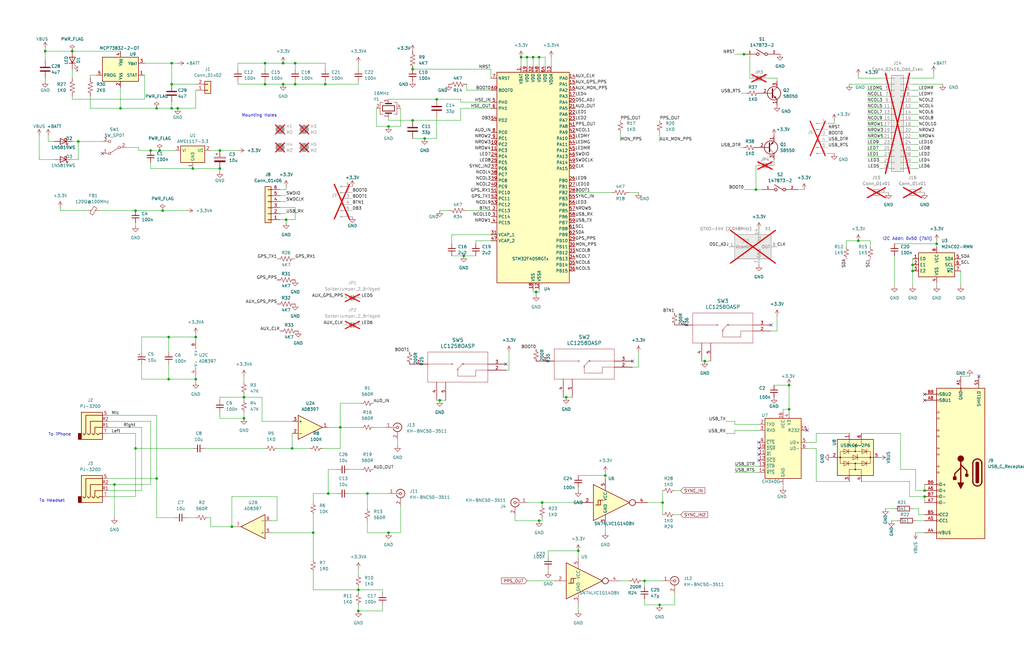
<source format=kicad_sch>
(kicad_sch (version 20230121) (generator eeschema)
  (paper "B")
  (title_block (title "Blink ") (date "2023-11-11") (rev "V8.0") (company "Cullen Jennings"))
  (junction (at 384.81 111.76))
  (junction (at 119.38 26.67))
  (junction (at 30.48 21.59))
  (junction (at 384.81 114.3))
  (junction (at 143.51 180.34))
  (junction (at 72.39 35.56))
  (junction (at 72.39 45.72))
  (junction (at 92.71 71.12))
  (junction (at 389.89 209.55))
  (junction (at 222.25 24.13))
  (junction (at 184.15 41.91))
  (junction (at 19.05 21.59))
  (junction (at 173.99 50.8))
  (junction (at 179.07 58.42))
  (junction (at 361.95 101.6))
  (junction (at 97.79 222.25))
  (junction (at 102.87 176.53))
  (junction (at 173.99 29.21))
  (junction (at 82.55 160.02))
  (junction (at 111.76 35.56))
  (junction (at 82.55 142.24))
  (junction (at 102.87 167.64))
  (junction (at 318.77 80.01))
  (junction (at 68.58 88.9))
  (junction (at 50.8 45.72))
  (junction (at 163.83 53.34))
  (junction (at 119.38 35.56))
  (junction (at 151.13 257.81))
  (junction (at 111.76 26.67))
  (junction (at 151.13 248.92))
  (junction (at 255.27 200.66))
  (junction (at 297.18 152.4))
  (junction (at 66.04 45.72))
  (junction (at 124.46 26.67))
  (junction (at 124.46 35.56))
  (junction (at 48.26 204.47))
  (junction (at 123.19 189.23))
  (junction (at 66.04 201.93))
  (junction (at 243.84 232.41))
  (junction (at 138.43 208.28))
  (junction (at 137.16 35.56))
  (junction (at 92.71 63.5))
  (junction (at 185.42 168.91))
  (junction (at 57.15 189.23))
  (junction (at 279.4 212.09))
  (junction (at 224.79 24.13))
  (junction (at 74.93 45.72))
  (junction (at 72.39 26.67))
  (junction (at 332.74 172.72))
  (junction (at 238.76 167.64))
  (junction (at 163.83 224.79))
  (junction (at 313.69 22.86))
  (junction (at 227.33 24.13))
  (junction (at 132.08 224.79))
  (junction (at 154.94 208.28))
  (junction (at 57.15 88.9))
  (junction (at 33.02 59.69))
  (junction (at 219.71 24.13))
  (junction (at 71.12 160.02))
  (junction (at 389.89 207.01))
  (junction (at 332.74 162.56))
  (junction (at 71.12 142.24))
  (junction (at 195.58 107.95))
  (junction (at 394.97 102.87))
  (junction (at 63.5 63.5))
  (junction (at 226.06 123.19))
  (junction (at 278.13 255.27))
  (junction (at 120.65 92.71))
  (junction (at 81.28 71.12))
  (junction (at 227.33 219.71))
  (junction (at 67.31 63.5))
  (junction (at 228.6 212.09))
  (junction (at 271.78 245.11))
  (no_connect (at 340.36 181.61))
  (no_connect (at 389.89 166.37))
  (no_connect (at 389.89 168.91))
  (no_connect (at 266.7 152.4))
  (no_connect (at 412.75 158.75))
  (no_connect (at 320.04 194.31))
  (no_connect (at 320.04 186.69))
  (no_connect (at 213.36 153.67))
  (no_connect (at 43.18 64.77))
  (no_connect (at 320.04 191.77))
  (no_connect (at 320.04 189.23))
  (no_connect (at 325.12 137.16))
  (wire (pts (xy 100.33 26.67) (xy 111.76 26.67)))
  (wire (pts (xy 151.13 26.67) (xy 151.13 29.21)))
  (wire (pts (xy 265.43 81.28) (xy 269.24 81.28)))
  (wire (pts (xy 384.81 53.34) (xy 387.35 53.34)))
  (wire (pts (xy 243.84 200.66) (xy 255.27 200.66)))
  (wire (pts (xy 332.74 172.72) (xy 332.74 173.99)))
  (wire (pts (xy 387.35 71.12) (xy 384.81 71.12)))
  (wire (pts (xy 383.54 203.2) (xy 383.54 209.55)))
  (wire (pts (xy 394.97 102.87) (xy 394.97 104.14)))
  (wire (pts (xy 384.81 66.04) (xy 387.35 66.04)))
  (wire (pts (xy 157.48 180.34) (xy 162.56 180.34)))
  (wire (pts (xy 232.41 24.13) (xy 232.41 27.94)))
  (wire (pts (xy 196.85 35.56) (xy 196.85 38.1)))
  (wire (pts (xy 137.16 26.67) (xy 124.46 26.67)))
  (wire (pts (xy 389.89 209.55) (xy 389.89 212.09)))
  (wire (pts (xy 82.55 45.72) (xy 74.93 45.72)))
  (wire (pts (xy 194.31 45.72) (xy 207.01 45.72)))
  (wire (pts (xy 66.04 218.44) (xy 73.66 218.44)))
  (wire (pts (xy 88.9 63.5) (xy 92.71 63.5)))
  (wire (pts (xy 142.24 208.28) (xy 138.43 208.28)))
  (wire (pts (xy 327.66 139.7) (xy 325.12 139.7)))
  (wire (pts (xy 92.71 71.12) (xy 92.71 72.39)))
  (wire (pts (xy 147.32 198.12) (xy 152.4 198.12)))
  (wire (pts (xy 405.13 114.3) (xy 405.13 120.65)))
  (wire (pts (xy 53.34 62.23) (xy 58.42 62.23)))
  (wire (pts (xy 158.75 53.34) (xy 163.83 53.34)))
  (wire (pts (xy 161.29 248.92) (xy 151.13 248.92)))
  (wire (pts (xy 111.76 26.67) (xy 119.38 26.67)))
  (wire (pts (xy 30.48 41.91) (xy 30.48 40.64)))
  (wire (pts (xy 154.94 208.28) (xy 163.83 208.28)))
  (wire (pts (xy 316.23 33.02) (xy 316.23 22.86)))
  (wire (pts (xy 173.99 29.21) (xy 207.01 29.21)))
  (wire (pts (xy 97.79 222.25) (xy 99.06 222.25)))
  (wire (pts (xy 123.19 182.88) (xy 123.19 189.23)))
  (wire (pts (xy 237.49 167.64) (xy 238.76 167.64)))
  (wire (pts (xy 151.13 248.92) (xy 151.13 250.19)))
  (wire (pts (xy 45.72 207.01) (xy 59.69 207.01)))
  (wire (pts (xy 154.94 224.79) (xy 163.83 224.79)))
  (wire (pts (xy 309.88 182.88) (xy 309.88 181.61)))
  (wire (pts (xy 30.48 67.31) (xy 33.02 67.31)))
  (wire (pts (xy 124.46 87.63) (xy 124.46 92.71)))
  (wire (pts (xy 118.11 85.09) (xy 120.65 85.09)))
  (wire (pts (xy 92.71 63.5) (xy 100.33 63.5)))
  (wire (pts (xy 137.16 29.21) (xy 137.16 26.67)))
  (wire (pts (xy 222.25 245.11) (xy 233.68 245.11)))
  (wire (pts (xy 320.04 199.39) (xy 309.88 199.39)))
  (wire (pts (xy 116.84 209.55) (xy 116.84 219.71)))
  (wire (pts (xy 243.84 232.41) (xy 243.84 234.95)))
  (wire (pts (xy 60.96 26.67) (xy 72.39 26.67)))
  (wire (pts (xy 59.69 142.24) (xy 71.12 142.24)))
  (wire (pts (xy 19.05 21.59) (xy 19.05 25.4)))
  (wire (pts (xy 19.05 20.32) (xy 19.05 21.59)))
  (wire (pts (xy 118.11 90.17) (xy 120.65 90.17)))
  (wire (pts (xy 132.08 248.92) (xy 151.13 248.92)))
  (wire (pts (xy 372.11 33.02) (xy 361.95 33.02)))
  (wire (pts (xy 147.32 208.28) (xy 154.94 208.28)))
  (wire (pts (xy 384.81 45.72) (xy 387.35 45.72)))
  (wire (pts (xy 120.65 92.71) (xy 120.65 93.98)))
  (wire (pts (xy 71.12 148.59) (xy 71.12 142.24)))
  (wire (pts (xy 110.49 177.8) (xy 110.49 167.64)))
  (wire (pts (xy 102.87 166.37) (xy 102.87 167.64)))
  (wire (pts (xy 271.78 252.73) (xy 271.78 255.27)))
  (wire (pts (xy 284.48 207.01) (xy 287.02 207.01)))
  (wire (pts (xy 185.42 168.91) (xy 187.96 168.91)))
  (wire (pts (xy 377.19 102.87) (xy 394.97 102.87)))
  (wire (pts (xy 163.83 41.91) (xy 184.15 41.91)))
  (wire (pts (xy 327.66 133.35) (xy 327.66 139.7)))
  (wire (pts (xy 383.54 209.55) (xy 389.89 209.55)))
  (wire (pts (xy 295.91 152.4) (xy 297.18 152.4)))
  (wire (pts (xy 194.31 45.72) (xy 194.31 50.8)))
  (wire (pts (xy 344.17 186.69) (xy 340.36 186.69)))
  (wire (pts (xy 238.76 167.64) (xy 241.3 167.64)))
  (wire (pts (xy 72.39 43.18) (xy 72.39 45.72)))
  (wire (pts (xy 100.33 35.56) (xy 111.76 35.56)))
  (wire (pts (xy 168.91 224.79) (xy 163.83 224.79)))
  (wire (pts (xy 261.62 245.11) (xy 265.43 245.11)))
  (wire (pts (xy 278.13 55.88) (xy 278.13 59.69)))
  (wire (pts (xy 207.01 101.6) (xy 200.66 101.6)))
  (wire (pts (xy 66.04 45.72) (xy 72.39 45.72)))
  (wire (pts (xy 194.31 50.8) (xy 173.99 50.8)))
  (wire (pts (xy 306.07 182.88) (xy 309.88 182.88)))
  (wire (pts (xy 190.5 99.06) (xy 207.01 99.06)))
  (wire (pts (xy 57.15 93.98) (xy 57.15 95.25)))
  (wire (pts (xy 110.49 167.64) (xy 102.87 167.64)))
  (wire (pts (xy 365.76 55.88) (xy 372.11 55.88)))
  (wire (pts (xy 226.06 124.46) (xy 226.06 123.19)))
  (wire (pts (xy 20.32 57.15) (xy 20.32 59.69)))
  (wire (pts (xy 184.15 49.53) (xy 184.15 58.42)))
  (wire (pts (xy 227.33 24.13) (xy 229.87 24.13)))
  (wire (pts (xy 336.55 80.01) (xy 339.09 80.01)))
  (wire (pts (xy 48.26 204.47) (xy 63.5 204.47)))
  (wire (pts (xy 41.91 88.9) (xy 57.15 88.9)))
  (wire (pts (xy 332.74 162.56) (xy 332.74 172.72)))
  (wire (pts (xy 158.75 45.72) (xy 158.75 53.34)))
  (wire (pts (xy 384.81 55.88) (xy 387.35 55.88)))
  (wire (pts (xy 361.95 33.02) (xy 361.95 31.75)))
  (wire (pts (xy 227.33 121.92) (xy 227.33 123.19)))
  (wire (pts (xy 351.79 52.07) (xy 351.79 50.8)))
  (wire (pts (xy 365.76 58.42) (xy 372.11 58.42)))
  (wire (pts (xy 269.24 148.59) (xy 269.24 154.94)))
  (wire (pts (xy 57.15 189.23) (xy 81.28 189.23)))
  (wire (pts (xy 284.48 217.17) (xy 287.02 217.17)))
  (wire (pts (xy 33.02 59.69) (xy 43.18 59.69)))
  (wire (pts (xy 92.71 167.64) (xy 102.87 167.64)))
  (wire (pts (xy 50.8 45.72) (xy 66.04 45.72)))
  (wire (pts (xy 118.11 80.01) (xy 120.65 80.01)))
  (wire (pts (xy 120.65 80.01) (xy 120.65 78.74)))
  (wire (pts (xy 231.14 232.41) (xy 243.84 232.41)))
  (wire (pts (xy 38.1 40.64) (xy 38.1 45.72)))
  (wire (pts (xy 384.81 33.02) (xy 393.7 33.02)))
  (wire (pts (xy 58.42 63.5) (xy 63.5 63.5)))
  (wire (pts (xy 273.05 212.09) (xy 279.4 212.09)))
  (wire (pts (xy 358.14 182.88) (xy 344.17 182.88)))
  (wire (pts (xy 19.05 21.59) (xy 30.48 21.59)))
  (wire (pts (xy 313.69 80.01) (xy 318.77 80.01)))
  (wire (pts (xy 384.81 60.96) (xy 387.35 60.96)))
  (wire (pts (xy 200.66 101.6) (xy 200.66 102.87)))
  (wire (pts (xy 384.81 114.3) (xy 384.81 120.65)))
  (wire (pts (xy 228.6 212.09) (xy 228.6 213.36)))
  (wire (pts (xy 184.15 41.91) (xy 194.31 41.91)))
  (wire (pts (xy 163.83 50.8) (xy 173.99 50.8)))
  (wire (pts (xy 284.48 250.19) (xy 284.48 255.27)))
  (wire (pts (xy 114.3 224.79) (xy 132.08 224.79)))
  (wire (pts (xy 284.48 255.27) (xy 278.13 255.27)))
  (wire (pts (xy 196.85 88.9) (xy 207.01 88.9)))
  (wire (pts (xy 365.76 50.8) (xy 372.11 50.8)))
  (wire (pts (xy 82.55 140.97) (xy 82.55 142.24)))
  (wire (pts (xy 356.87 101.6) (xy 361.95 101.6)))
  (wire (pts (xy 207.01 33.02) (xy 207.01 29.21)))
  (wire (pts (xy 71.12 142.24) (xy 82.55 142.24)))
  (wire (pts (xy 57.15 88.9) (xy 68.58 88.9)))
  (wire (pts (xy 60.96 41.91) (xy 60.96 31.75)))
  (wire (pts (xy 57.15 182.88) (xy 57.15 189.23)))
  (wire (pts (xy 231.14 240.03) (xy 231.14 241.3)))
  (wire (pts (xy 219.71 24.13) (xy 222.25 24.13)))
  (wire (pts (xy 365.76 63.5) (xy 372.11 63.5)))
  (wire (pts (xy 320.04 181.61) (xy 309.88 181.61)))
  (wire (pts (xy 138.43 198.12) (xy 138.43 208.28)))
  (wire (pts (xy 168.91 213.36) (xy 168.91 224.79)))
  (wire (pts (xy 143.51 189.23) (xy 143.51 180.34)))
  (wire (pts (xy 393.7 30.48) (xy 393.7 33.02)))
  (wire (pts (xy 58.42 62.23) (xy 58.42 63.5)))
  (wire (pts (xy 231.14 234.95) (xy 231.14 232.41)))
  (wire (pts (xy 161.29 255.27) (xy 161.29 257.81)))
  (wire (pts (xy 151.13 255.27) (xy 151.13 257.81)))
  (wire (pts (xy 111.76 34.29) (xy 111.76 35.56)))
  (wire (pts (xy 227.33 123.19) (xy 226.06 123.19)))
  (wire (pts (xy 226.06 123.19) (xy 224.79 123.19)))
  (wire (pts (xy 384.81 58.42) (xy 387.35 58.42)))
  (wire (pts (xy 222.25 212.09) (xy 228.6 212.09)))
  (wire (pts (xy 228.6 219.71) (xy 227.33 219.71)))
  (wire (pts (xy 167.64 185.42) (xy 167.64 187.96)))
  (wire (pts (xy 124.46 92.71) (xy 120.65 92.71)))
  (wire (pts (xy 154.94 219.71) (xy 154.94 224.79)))
  (wire (pts (xy 386.08 207.01) (xy 386.08 198.12)))
  (wire (pts (xy 110.49 177.8) (xy 123.19 177.8)))
  (wire (pts (xy 344.17 203.2) (xy 358.14 203.2)))
  (wire (pts (xy 387.35 214.63) (xy 387.35 217.17)))
  (wire (pts (xy 59.69 207.01) (xy 59.69 180.34)))
  (wire (pts (xy 309.88 177.8) (xy 309.88 179.07)))
  (wire (pts (xy 154.94 208.28) (xy 154.94 214.63)))
  (wire (pts (xy 214.63 156.21) (xy 214.63 148.59)))
  (wire (pts (xy 340.36 189.23) (xy 344.17 189.23)))
  (wire (pts (xy 161.29 257.81) (xy 151.13 257.81)))
  (wire (pts (xy 67.31 63.5) (xy 73.66 63.5)))
  (wire (pts (xy 111.76 35.56) (xy 119.38 35.56)))
  (wire (pts (xy 255.27 222.25) (xy 255.27 224.79)))
  (wire (pts (xy 297.18 152.4) (xy 299.72 152.4)))
  (wire (pts (xy 408.94 158.75) (xy 405.13 158.75)))
  (wire (pts (xy 320.04 196.85) (xy 309.88 196.85)))
  (wire (pts (xy 163.83 53.34) (xy 168.91 53.34)))
  (wire (pts (xy 123.19 189.23) (xy 130.81 189.23)))
  (wire (pts (xy 344.17 189.23) (xy 344.17 203.2)))
  (wire (pts (xy 217.17 217.17) (xy 217.17 219.71)))
  (wire (pts (xy 394.97 101.6) (xy 394.97 102.87)))
  (wire (pts (xy 332.74 162.56) (xy 326.39 162.56)))
  (wire (pts (xy 356.87 104.14) (xy 356.87 101.6)))
  (wire (pts (xy 38.1 45.72) (xy 50.8 45.72)))
  (wire (pts (xy 132.08 224.79) (xy 132.08 236.22)))
  (wire (pts (xy 384.81 63.5) (xy 387.35 63.5)))
  (wire (pts (xy 330.2 204.47) (xy 330.2 205.74)))
  (wire (pts (xy 124.46 26.67) (xy 124.46 29.21)))
  (wire (pts (xy 378.46 219.71) (xy 375.92 219.71)))
  (wire (pts (xy 16.51 57.15) (xy 16.51 67.31)))
  (wire (pts (xy 137.16 34.29) (xy 137.16 35.56)))
  (wire (pts (xy 255.27 199.39) (xy 255.27 200.66)))
  (wire (pts (xy 309.88 22.86) (xy 313.69 22.86)))
  (wire (pts (xy 143.51 180.34) (xy 138.43 180.34)))
  (wire (pts (xy 82.55 38.1) (xy 82.55 45.72)))
  (wire (pts (xy 67.31 63.5) (xy 63.5 63.5)))
  (wire (pts (xy 16.51 67.31) (xy 22.86 67.31)))
  (wire (pts (xy 25.4 88.9) (xy 36.83 88.9)))
  (wire (pts (xy 45.72 182.88) (xy 57.15 182.88)))
  (wire (pts (xy 326.39 67.31) (xy 326.39 69.85)))
  (wire (pts (xy 255.27 200.66) (xy 255.27 201.93)))
  (wire (pts (xy 370.84 71.12) (xy 372.11 71.12)))
  (wire (pts (xy 118.11 82.55) (xy 120.65 82.55)))
  (wire (pts (xy 97.79 209.55) (xy 97.79 222.25)))
  (wire (pts (xy 78.74 218.44) (xy 82.55 218.44)))
  (wire (pts (xy 19.05 33.02) (xy 19.05 34.29)))
  (wire (pts (xy 358.14 35.56) (xy 372.11 35.56)))
  (wire (pts (xy 142.24 198.12) (xy 138.43 198.12)))
  (wire (pts (xy 279.4 212.09) (xy 279.4 217.17)))
  (wire (pts (xy 224.79 123.19) (xy 224.79 121.92)))
  (wire (pts (xy 151.13 34.29) (xy 151.13 35.56)))
  (wire (pts (xy 384.81 214.63) (xy 387.35 214.63)))
  (wire (pts (xy 72.39 26.67) (xy 72.39 35.56)))
  (wire (pts (xy 318.77 69.85) (xy 318.77 80.01)))
  (wire (pts (xy 320.04 179.07) (xy 309.88 179.07)))
  (wire (pts (xy 228.6 212.09) (xy 245.11 212.09)))
  (wire (pts (xy 59.69 148.59) (xy 59.69 142.24)))
  (wire (pts (xy 71.12 153.67) (xy 71.12 160.02)))
  (wire (pts (xy 111.76 26.67) (xy 111.76 29.21)))
  (wire (pts (xy 102.87 158.75) (xy 102.87 161.29)))
  (wire (pts (xy 66.04 175.26) (xy 45.72 175.26)))
  (wire (pts (xy 82.55 158.75) (xy 82.55 160.02)))
  (wire (pts (xy 367.03 101.6) (xy 361.95 101.6)))
  (wire (pts (xy 373.38 214.63) (xy 377.19 214.63)))
  (wire (pts (xy 92.71 173.99) (xy 92.71 176.53)))
  (wire (pts (xy 30.48 59.69) (xy 33.02 59.69)))
  (wire (pts (xy 227.33 219.71) (xy 217.17 219.71)))
  (wire (pts (xy 68.58 88.9) (xy 78.74 88.9)))
  (wire (pts (xy 189.23 88.9) (xy 185.42 88.9)))
  (wire (pts (xy 102.87 167.64) (xy 102.87 168.91)))
  (wire (pts (xy 59.69 153.67) (xy 59.69 160.02)))
  (wire (pts (xy 384.81 48.26) (xy 387.35 48.26)))
  (wire (pts (xy 313.69 22.86) (xy 316.23 22.86)))
  (wire (pts (xy 57.15 209.55) (xy 45.72 209.55)))
  (wire (pts (xy 384.81 111.76) (xy 384.81 114.3)))
  (wire (pts (xy 63.5 68.58) (xy 63.5 71.12)))
  (wire (pts (xy 118.11 87.63) (xy 124.46 87.63)))
  (wire (pts (xy 196.85 38.1) (xy 207.01 38.1)))
  (wire (pts (xy 30.48 29.21) (xy 30.48 33.02)))
  (wire (pts (xy 243.84 255.27) (xy 243.84 257.81)))
  (wire (pts (xy 222.25 24.13) (xy 222.25 27.94)))
  (wire (pts (xy 323.85 33.02) (xy 327.66 33.02)))
  (wire (pts (xy 194.31 43.18) (xy 207.01 43.18)))
  (wire (pts (xy 132.08 217.17) (xy 132.08 224.79)))
  (wire (pts (xy 30.48 41.91) (xy 60.96 41.91)))
  (wire (pts (xy 92.71 168.91) (xy 92.71 167.64)))
  (wire (pts (xy 88.9 222.25) (xy 88.9 218.44)))
  (wire (pts (xy 312.42 39.37) (xy 314.96 39.37)))
  (wire (pts (xy 50.8 45.72) (xy 50.8 36.83)))
  (wire (pts (xy 116.84 189.23) (xy 123.19 189.23)))
  (wire (pts (xy 88.9 222.25) (xy 97.79 222.25)))
  (wire (pts (xy 377.19 107.95) (xy 377.19 120.65)))
  (wire (pts (xy 389.89 204.47) (xy 389.89 207.01)))
  (wire (pts (xy 365.76 38.1) (xy 372.11 38.1)))
  (wire (pts (xy 386.08 219.71) (xy 389.89 219.71)))
  (wire (pts (xy 271.78 245.11) (xy 271.78 247.65)))
  (wire (pts (xy 394.97 119.38) (xy 394.97 120.65)))
  (wire (pts (xy 116.84 209.55) (xy 97.79 209.55)))
  (wire (pts (xy 81.28 71.12) (xy 92.71 71.12)))
  (wire (pts (xy 48.26 204.47) (xy 48.26 218.44)))
  (wire (pts (xy 135.89 189.23) (xy 143.51 189.23)))
  (wire (pts (xy 190.5 107.95) (xy 195.58 107.95)))
  (wire (pts (xy 365.76 48.26) (xy 372.11 48.26)))
  (wire (pts (xy 365.76 66.04) (xy 372.11 66.04)))
  (wire (pts (xy 173.99 58.42) (xy 179.07 58.42)))
  (wire (pts (xy 45.72 204.47) (xy 48.26 204.47)))
  (wire (pts (xy 243.84 205.74) (xy 243.84 207.01)))
  (wire (pts (xy 370.84 68.58) (xy 372.11 68.58)))
  (wire (pts (xy 365.76 53.34) (xy 372.11 53.34)))
  (wire (pts (xy 349.25 64.77) (xy 351.79 64.77)))
  (wire (pts (xy 74.93 45.72) (xy 72.39 45.72)))
  (wire (pts (xy 163.83 49.53) (xy 163.83 50.8)))
  (wire (pts (xy 20.32 59.69) (xy 22.86 59.69)))
  (wire (pts (xy 363.22 182.88) (xy 379.73 182.88)))
  (wire (pts (xy 227.33 24.13) (xy 227.33 27.94)))
  (wire (pts (xy 72.39 26.67) (xy 74.93 26.67)))
  (wire (pts (xy 132.08 241.3) (xy 132.08 248.92)))
  (wire (pts (xy 279.4 207.01) (xy 279.4 212.09)))
  (wire (pts (xy 384.81 50.8) (xy 387.35 50.8)))
  (wire (pts (xy 266.7 154.94) (xy 269.24 154.94)))
  (wire (pts (xy 87.63 218.44) (xy 88.9 218.44)))
  (wire (pts (xy 306.07 177.8) (xy 309.88 177.8)))
  (wire (pts (xy 59.69 160.02) (xy 71.12 160.02)))
  (wire (pts (xy 318.77 80.01) (xy 321.31 80.01)))
  (wire (pts (xy 152.4 170.18) (xy 143.51 170.18)))
  (wire (pts (xy 161.29 250.19) (xy 161.29 248.92)))
  (wire (pts (xy 312.42 62.23) (xy 313.69 62.23)))
  (wire (pts (xy 114.3 219.71) (xy 116.84 219.71)))
  (wire (pts (xy 242.57 81.28) (xy 257.81 81.28)))
  (wire (pts (xy 349.25 52.07) (xy 351.79 52.07)))
  (wire (pts (xy 30.48 21.59) (xy 50.8 21.59)))
  (wire (pts (xy 261.62 55.88) (xy 261.62 59.69)))
  (wire (pts (xy 384.81 35.56) (xy 397.51 35.56)))
  (wire (pts (xy 45.72 177.8) (xy 63.5 177.8)))
  (wire (pts (xy 195.58 107.95) (xy 200.66 107.95)))
  (wire (pts (xy 119.38 35.56) (xy 124.46 35.56)))
  (wire (pts (xy 384.81 43.18) (xy 387.35 43.18)))
  (wire (pts (xy 40.64 31.75) (xy 38.1 31.75)))
  (wire (pts (xy 384.81 38.1) (xy 387.35 38.1)))
  (wire (pts (xy 66.04 201.93) (xy 66.04 218.44)))
  (wire (pts (xy 82.55 35.56) (xy 72.39 35.56)))
  (wire (pts (xy 389.89 207.01) (xy 386.08 207.01)))
  (wire (pts (xy 278.13 255.27) (xy 271.78 255.27)))
  (wire (pts (xy 386.08 224.79) (xy 389.89 224.79)))
  (wire (pts (xy 102.87 173.99) (xy 102.87 176.53)))
  (wire (pts (xy 124.46 26.67) (xy 119.38 26.67)))
  (wire (pts (xy 138.43 208.28) (xy 132.08 208.28)))
  (wire (pts (xy 219.71 24.13) (xy 219.71 27.94)))
  (wire (pts (xy 386.08 198.12) (xy 379.73 198.12)))
  (wire (pts (xy 222.25 24.13) (xy 224.79 24.13)))
  (wire (pts (xy 66.04 201.93) (xy 66.04 175.26)))
  (wire (pts (xy 365.76 40.64) (xy 372.11 40.64)))
  (wire (pts (xy 132.08 208.28) (xy 132.08 212.09)))
  (wire (pts (xy 228.6 218.44) (xy 228.6 219.71)))
  (wire (pts (xy 33.02 59.69) (xy 33.02 67.31)))
  (wire (pts (xy 213.36 156.21) (xy 214.63 156.21)))
  (wire (pts (xy 63.5 204.47) (xy 63.5 177.8)))
  (wire (pts (xy 344.17 182.88) (xy 344.17 186.69)))
  (wire (pts (xy 194.31 41.91) (xy 194.31 43.18)))
  (wire (pts (xy 367.03 104.14) (xy 367.03 101.6)))
  (wire (pts (xy 184.15 168.91) (xy 185.42 168.91)))
  (wire (pts (xy 168.91 45.72) (xy 168.91 53.34)))
  (wire (pts (xy 365.76 43.18) (xy 372.11 43.18)))
  (wire (pts (xy 327.66 33.02) (xy 327.66 34.29)))
  (wire (pts (xy 151.13 240.03) (xy 151.13 242.57)))
  (wire (pts (xy 82.55 160.02) (xy 82.55 161.29)))
  (wire (pts (xy 151.13 247.65) (xy 151.13 248.92)))
  (wire (pts (xy 92.71 176.53) (xy 102.87 176.53)))
  (wire (pts (xy 45.72 180.34) (xy 59.69 180.34)))
  (wire (pts (xy 363.22 203.2) (xy 383.54 203.2)))
  (wire (pts (xy 100.33 29.21) (xy 100.33 26.67)))
  (wire (pts (xy 384.81 40.64) (xy 387.35 40.64)))
  (wire (pts (xy 384.81 109.22) (xy 384.81 111.76)))
  (wire (pts (xy 57.15 189.23) (xy 57.15 209.55)))
  (wire (pts (xy 332.74 172.72) (xy 330.2 172.72)))
  (wire (pts (xy 365.76 60.96) (xy 372.11 60.96)))
  (wire (pts (xy 143.51 170.18) (xy 143.51 180.34)))
  (wire (pts (xy 271.78 245.11) (xy 279.4 245.11)))
  (wire (pts (xy 86.36 189.23) (xy 111.76 189.23)))
  (wire (pts (xy 270.51 245.11) (xy 271.78 245.11)))
  (wire (pts (xy 71.12 160.02) (xy 82.55 160.02)))
  (wire (pts (xy 143.51 180.34) (xy 152.4 180.34)))
  (wire (pts (xy 38.1 31.75) (xy 38.1 33.02)))
  (wire (pts (xy 330.2 172.72) (xy 330.2 173.99)))
  (wire (pts (xy 100.33 34.29) (xy 100.33 35.56)))
  (wire (pts (xy 224.79 24.13) (xy 224.79 27.94)))
  (wire (pts (xy 25.4 87.63) (xy 25.4 88.9)))
  (wire (pts (xy 379.73 182.88) (xy 379.73 198.12)))
  (wire (pts (xy 82.55 142.24) (xy 82.55 143.51)))
  (wire (pts (xy 387.35 217.17) (xy 389.89 217.17)))
  (wire (pts (xy 384.81 68.58) (xy 387.35 68.58)))
  (wire (pts (xy 365.76 45.72) (xy 372.11 45.72)))
  (wire (pts (xy 190.5 102.87) (xy 190.5 99.06)))
  (wire (pts (xy 63.5 71.12) (xy 81.28 71.12)))
  (wire (pts (xy 224.79 24.13) (xy 227.33 24.13)))
  (wire (pts (xy 45.72 201.93) (xy 66.04 201.93)))
  (wire (pts (xy 124.46 34.29) (xy 124.46 35.56)))
  (wire (pts (xy 229.87 27.94) (xy 229.87 24.13)))
  (wire (pts (xy 124.46 35.56) (xy 137.16 35.56)))
  (wire (pts (xy 118.11 92.71) (xy 120.65 92.71)))
  (wire (pts (xy 184.15 58.42) (xy 179.07 58.42)))
  (wire (pts (xy 137.16 35.56) (xy 151.13 35.56)))
  (text "To iPhone" (at 20.32 184.15 0) (effects (font (size 1.27 1.27)) (justify left bottom)))
  (text "To Headset " (at 16.51 212.09 0) (effects (font (size 1.27 1.27)) (justify left bottom)))
  (text "I2C Addr: 0x50 (7bit)" (at 372.11 101.6 0) (effects (font (size 1.27 1.27)) (justify left bottom)))
  (text "Mounting Holes" (at 116.84 49.53 0) (effects (font (size 1.27 1.27)) (justify right bottom)))
  (label "AUX_GPS_PPS" (at 242.57 35.56 0))
  (label "USB_DTR" (at 349.25 59.69 0))
  (label "BTN1" (at 284.48 132.08 180))
  (label "LED2" (at 387.35 66.04 0))
  (label "SYNC_IN" (at 242.57 83.82 0))
  (label "NCOL7" (at 242.57 109.22 0))
  (label "BOOT0" (at 148.59 81.28 0))
  (label "USB_TX" (at 306.07 177.8 180))
  (label "AUX_MON_PPS" (at 242.57 38.1 0))
  (label "NCOL8" (at 387.35 50.8 0))
  (label "CLK" (at 327.66 104.14 0))
  (label "SDA" (at 356.87 109.22 270))
  (label "LED6" (at 387.35 71.12 0))
  (label "SDA" (at 242.57 99.06 0))
  (label "NCOL9" (at 365.76 50.8 0))
  (label "GPS_PPS" (at 242.57 101.6 0))
  (label "LED8" (at 387.35 63.5 0))
  (label "LED9" (at 242.57 76.2 0))
  (label "DB3" (at 207.01 50.8 180))
  (label "BOOT1" (at 242.57 81.28 0))
  (label "SYNC_IN2" (at 207.01 71.12 180))
  (label "LEDMG" (at 365.76 38.1 0))
  (label "NROW1" (at 207.01 93.98 180))
  (label "LEDMR" (at 387.35 38.1 0))
  (label "USB_RTS" (at 312.42 39.37 180))
  (label "NCOL1" (at 365.76 40.64 0))
  (label "NCOL4" (at 387.35 45.72 0))
  (label "AUX_CLK" (at 144.78 137.16 180))
  (label "LED7" (at 365.76 63.5 0))
  (label "SWDIO" (at 120.65 82.55 0))
  (label "GPS_RX1" (at 207.01 81.28 180))
  (label "USB_RTS" (at 309.88 199.39 0))
  (label "NCOL10" (at 207.01 91.44 180))
  (label "AUD_IN" (at 157.48 170.18 0))
  (label "BOOT0" (at 226.06 147.32 180))
  (label "BTN1" (at 148.59 86.36 0))
  (label "NROW2" (at 207.01 58.42 180))
  (label "LEDMY" (at 242.57 58.42 0))
  (label "HSE_IN" (at 207.01 43.18 180))
  (label "LED3" (at 370.84 68.58 180))
  (label "NROW5" (at 365.76 58.42 0))
  (label "LEDMR" (at 242.57 63.5 0))
  (label "GPS_RX1" (at 124.46 109.22 0))
  (label "USB_DTR" (at 312.42 62.23 180))
  (label "NROW3" (at 365.76 55.88 0))
  (label "LED10" (at 387.35 60.96 0))
  (label "USB_TX" (at 242.57 93.98 0))
  (label "NCOL7" (at 365.76 48.26 0))
  (label "AUX_GPS_PPS" (at 116.84 128.27 180))
  (label "NCOL3" (at 365.76 43.18 0))
  (label "NCOL6" (at 242.57 111.76 0))
  (label "AUX_CLK" (at 242.57 33.02 0))
  (label "AUX_CLK" (at 118.11 139.7 180))
  (label "NCOL2" (at 387.35 43.18 0))
  (label "NCOL5" (at 242.57 114.3 0))
  (label "AUX_GPS_PPS" (at 144.78 125.73 180))
  (label "USB_RX" (at 306.07 182.88 180))
  (label "SCL" (at 405.13 111.76 0))
  (label "BOOT1" (at 172.72 148.59 180))
  (label "NRST" (at 201.93 29.21 0))
  (label "SDA" (at 405.13 109.22 0))
  (label "SCL" (at 367.03 109.22 270))
  (label "BOOT1" (at 148.59 83.82 0))
  (label "NROW1" (at 365.76 53.34 0))
  (label "USB_DTR" (at 309.88 196.85 0))
  (label "LED5" (at 152.4 125.73 0))
  (label "LEDMG" (at 242.57 60.96 0))
  (label "NCOL9" (at 207.01 86.36 180))
  (label "BOOT0" (at 349.25 57.15 0))
  (label "SWDCLK" (at 242.57 68.58 0))
  (label "PPS_OUT" (at 261.62 50.8 0))
  (label "NRST" (at 349.25 54.61 0))
  (label "MON_PPS" (at 242.57 104.14 0))
  (label "LED9" (at 365.76 60.96 0))
  (label "NROW4" (at 387.35 58.42 0))
  (label "LEDMY" (at 387.35 40.64 0))
  (label "LED5" (at 370.84 71.12 180))
  (label "NCOL4" (at 207.01 73.66 180))
  (label "NRST" (at 309.88 22.86 180))
  (label "NROW4" (at 207.01 63.5 180))
  (label "CLK" (at 242.57 71.12 0))
  (label "SWDIO" (at 242.57 66.04 0))
  (label "NCOL2" (at 207.01 78.74 180))
  (label "Right" (at 52.07 180.34 0))
  (label "AUD_OUT" (at 157.48 198.12 0))
  (label "GPS_PPS" (at 116.84 118.11 180))
  (label "NCOL10" (at 387.35 53.34 0))
  (label "GPS_TX1" (at 207.01 83.82 180))
  (label "PPS_OUT" (at 278.13 50.8 0))
  (label "PPS_OUT" (at 242.57 53.34 0))
  (label "LED1" (at 242.57 48.26 0))
  (label "LED4" (at 387.35 68.58 0))
  (label "NCOL5" (at 365.76 45.72 0))
  (label "LED4" (at 242.57 40.64 0))
  (label "GPS_TX1" (at 116.84 109.22 180))
  (label "USB_RX" (at 120.65 90.17 0))
  (label "NROW2" (at 387.35 55.88 0))
  (label "NCOL6" (at 387.35 48.26 0))
  (label "OSC_ADJ" (at 307.34 104.14 180))
  (label "BOOT0" (at 313.69 80.01 180))
  (label "DB3" (at 148.59 88.9 0))
  (label "LED8" (at 207.01 68.58 180))
  (label "LED1" (at 365.76 66.04 0))
  (label "BTN1" (at 207.01 88.9 180))
  (label "NCOL8" (at 242.57 106.68 0))
  (label "MON_PPS" (at 261.62 59.69 0))
  (label "AUX_MON_PPS" (at 278.13 59.69 0))
  (label "LED3" (at 242.57 86.36 0))
  (label "USB_RX" (at 242.57 91.44 0))
  (label "AUD_IN" (at 207.01 55.88 180))
  (label "USB_RTS" (at 349.25 62.23 0))
  (label "SCL" (at 242.57 96.52 0))
  (label "NCOL1" (at 242.57 55.88 0))
  (label "SWDCLK" (at 120.65 85.09 0))
  (label "BOOT0" (at 200.66 38.1 0))
  (label "Left" (at 46.99 182.88 0))
  (label "HSE_OUT" (at 207.01 45.72 180))
  (label "LED6" (at 152.4 137.16 0))
  (label "LED10" (at 242.57 78.74 0))
  (label "NCOL3" (at 207.01 76.2 180))
  (label "NROW3" (at 207.01 60.96 180))
  (label "OSC_ADJ" (at 242.57 43.18 0))
  (label "LED2" (at 242.57 50.8 0))
  (label "NROW5" (at 242.57 88.9 0))
  (label "AUD_OUT" (at 242.57 45.72 0))
  (label "Mic" (at 46.99 175.26 0))
  (label "LED7" (at 207.01 66.04 180))
  (global_label "SYNC_IN2" (shape input) (at 287.02 217.17 0) (property "Intersheetrefs" "${INTERSHEET_REFS}" (effects hide)))
  (global_label "SYNC_IN" (shape input) (at 287.02 207.01 0) (property "Intersheetrefs" "${INTERSHEET_REFS}" (effects hide)))
  (global_label "PPS_OUT" (shape input) (at 222.25 245.11 180) (property "Intersheetrefs" "${INTERSHEET_REFS}" (effects hide)))
  (symbol (lib_id "power:+3.3V") (at 332.74 162.56 0) (mirror y) (unit 1)
    (property "Reference" "#PWR054" (effects hide))
    (property "Value" "+3.3V" (at 335.28 158.75 0) (effects (justify left)))
  )
  (symbol (lib_id "power:GND") (at 173.99 34.29 0) (unit 1)
    (property "Reference" "#PWR030" (effects hide))
    (property "Value" "GND" (at 170.18 35.56 0))
  )
  (symbol (lib_id "Device:R_US") (at 173.99 25.4 0) (unit 1)
    (property "Reference" "R9" (at 176.53 24.13 0) (effects (justify left)))
    (property "Value" "4K7" (at 176.53 26.67 0) (effects (justify left)))
    (property "Footprint" "Resistor_SMD:R_0603_1608Metric" (effects hide))
    (property "JLCPCB Part #" "C23162" (effects hide))
  )
  (symbol (lib_id "Device:C") (at 19.05 29.21 0) (unit 1)
    (property "Reference" "C28" (at 21.59 27.94 0) (effects (justify left)))
    (property "Value" "4u7" (at 21.59 30.48 0) (effects (justify left)))
    (property "Footprint" "Capacitor_SMD:C_0402_1005Metric" (effects hide))
    (property "JLCPCB Part #" "C23733" (effects hide))
  )
  (symbol (lib_id "Connector_Generic:Conn_01x01") (at 369.57 81.28 180) (unit 1) (in_bom no) (dnp yes)
    (property "Reference" "J15" (at 369.57 74.93 0))
    (property "Value" "Conn_01x01" (at 369.57 77.47 0))
    (property "Footprint" "Connector_PinSocket_2.54mm:PinSocket_1x01_P2.54mm_Vertical" (effects hide))
  )
  (symbol (lib_id "power:+BATT") (at 393.7 30.48 0) (unit 1)
    (property "Reference" "#PWR03" (effects hide))
    (property "Value" "+BATT" (at 396.24 26.67 0))
  )
  (symbol (lib_id "power:GND") (at 102.87 176.53 0) (unit 1)
    (property "Reference" "#PWR021" (effects hide))
    (property "Value" "GND" (at 102.87 181.61 0))
  )
  (symbol (lib_id "Device:R_Small_US") (at 317.5 39.37 270) (unit 1)
    (property "Reference" "R37" (at 317.5 36.83 90))
    (property "Value" "1K0" (at 317.5 41.91 90))
    (property "Footprint" "Resistor_SMD:R_0603_1608Metric" (effects hide))
    (property "Datasheet" "https://jlcpcb.com/partdetail/Yageo-AC0805FR0751RL/C144556#:~:text=Datasheet-,Download,-Source" (effects hide))
    (property "JLCPCB Part #" "C21190" (effects hide))
  )
  (symbol (lib_id "Device:C_Small") (at 231.14 237.49 0) (unit 1)
    (property "Reference" "C23" (at 226.06 233.68 0) (effects (justify left)))
    (property "Value" "100n" (at 224.79 234.95 0) (effects (justify left)))
    (property "Footprint" "Capacitor_SMD:C_0402_1005Metric" (effects hide))
    (property "Datasheet" "https://www.mouser.ca/datasheet/2/447/UPY_GPHC_X7R_6_3V_to_250V_23-3084653.pdf" (effects hide))
    (property "JLCPCB Part #" "C307331" (effects hide))
  )
  (symbol (lib_id "power:GND") (at 151.13 257.81 0) (mirror y) (unit 1)
    (property "Reference" "#PWR033" (effects hide))
    (property "Value" "GND" (at 151.13 262.89 0))
  )
  (symbol (lib_id "Device:R_US") (at 120.65 109.22 90) (unit 1)
    (property "Reference" "R26" (at 120.65 106.68 90))
    (property "Value" "4K7" (at 120.65 111.76 90))
    (property "Footprint" "Resistor_SMD:R_0603_1608Metric" (effects hide))
    (property "JLCPCB Part #" "C23162" (effects hide))
  )
  (symbol (lib_id "Device:C_Small") (at 161.29 252.73 0) (mirror x) (unit 1)
    (property "Reference" "C17" (at 158.75 251.4536 0) (effects (justify right)))
    (property "Value" "100n" (at 158.75 253.9936 0) (effects (justify right)))
    (property "Footprint" "Capacitor_SMD:C_0805_2012Metric" (effects hide))
    (property "JLCPCB Part #" "C49678" (effects hide))
  )
  (symbol (lib_id "power:+3.3V") (at 361.95 31.75 0) (unit 1)
    (property "Reference" "#PWR058" (effects hide))
    (property "Value" "+3.3V" (at 364.49 30.48 0) (effects (justify left)))
  )
  (symbol (lib_id "Mechanical:MountingHole") (at 128.27 54.61 0) (unit 1) (in_bom no) (dnp yes)
    (property "Reference" "H3" (at 130.81 53.34 0) (effects (justify left)))
    (property "Value" "M2" (at 130.81 55.88 0) (effects (justify left)))
    (property "Footprint" "MountingHole:MountingHole_2.2mm_M2" (effects hide))
  )
  (symbol (lib_id "Device:R_Small_US") (at 151.13 252.73 0) (mirror y) (unit 1)
    (property "Reference" "R11" (at 148.59 251.46 0) (effects (justify left)))
    (property "Value" "1K0" (at 148.59 254 0) (effects (justify left)))
    (property "Footprint" "Resistor_SMD:R_0603_1608Metric" (effects hide))
    (property "Datasheet" "https://jlcpcb.com/partdetail/Yageo-AC0805FR0751RL/C144556#:~:text=Datasheet-,Download,-Source" (effects hide))
    (property "JLCPCB Part #" "C21190" (effects hide))
  )
  (symbol (lib_id "power:GND") (at 405.13 120.65 0) (unit 1)
    (property "Reference" "#PWR049" (effects hide))
    (property "Value" "GND" (at 405.13 125.73 0))
  )
  (symbol (lib_id "power:GND") (at 226.06 124.46 0) (unit 1)
    (property "Reference" "#PWR046" (effects hide))
    (property "Value" "GND" (at 226.06 129.54 0))
  )
  (symbol (lib_id "Device:R_Small_US") (at 154.94 170.18 270) (unit 1)
    (property "Reference" "R1" (at 154.94 163.83 90))
    (property "Value" "560R" (at 154.94 166.37 90))
    (property "Footprint" "Resistor_SMD:R_0805_2012Metric" (effects hide))
    (property "JLCPCB Part #" "C28636" (effects hide))
  )
  (symbol (lib_id "power:VBUS") (at 370.84 193.04 270) (unit 1)
    (property "Reference" "#PWR056" (effects hide))
    (property "Value" "VBUS" (at 374.65 193.04 0))
  )
  (symbol (lib_id "power:GND") (at 163.83 53.34 0) (unit 1)
    (property "Reference" "#PWR028" (effects hide))
    (property "Value" "GND" (at 163.83 58.42 0))
  )
  (symbol (lib_id "power:GND") (at 374.65 81.28 0) (unit 1)
    (property "Reference" "#PWR082" (effects hide))
    (property "Value" "GND" (at 374.65 86.36 0))
  )
  (symbol (lib_id "power:+3.3V") (at 173.99 21.59 0) (unit 1)
    (property "Reference" "#PWR029" (effects hide))
    (property "Value" "+3.3V" (at 170.18 20.32 0))
  )
  (symbol (lib_id "power:GND") (at 397.51 35.56 0) (unit 1)
    (property "Reference" "#PWR060" (effects hide))
    (property "Value" "GND" (at 400.05 36.83 0) (effects (justify left)))
  )
  (symbol (lib_id "Device:C_Small") (at 190.5 105.41 180) (unit 1)
    (property "Reference" "C16" (at 193.04 104.1336 0) (effects (justify right)))
    (property "Value" "2u2" (at 193.04 106.6736 0) (effects (justify right)))
    (property "Footprint" "Capacitor_SMD:C_0603_1608Metric" (effects hide))
    (property "Datasheet" "https://www.mouser.ca/datasheet/2/447/UPY_GPHC_X7R_6_3V_to_250V_23-3084653.pdf" (effects hide))
    (property "JLCPCB Part #" "C23630" (effects hide))
  )
  (symbol (lib_id "power:+3.3V") (at 361.95 101.6 0) (unit 1)
    (property "Reference" "#PWR035" (effects hide))
    (property "Value" "+3.3V" (at 361.95 96.52 0))
  )
  (symbol (lib_id "power:+3.3VA") (at 82.55 140.97 0) (unit 1)
    (property "Reference" "#PWR012" (effects hide))
    (property "Value" "+3.3VA" (at 82.55 135.89 0))
  )
  (symbol (lib_id "power:GND") (at 163.83 224.79 0) (unit 1)
    (property "Reference" "#PWR039" (effects hide))
    (property "Value" "GND" (at 163.83 229.87 0))
  )
  (symbol (lib_id "Device:C_Small") (at 326.39 165.1 0) (unit 1)
    (property "Reference" "C2" (at 320.04 163.83 0) (effects (justify left)))
    (property "Value" "100n" (at 320.04 167.64 0) (effects (justify left)))
    (property "Footprint" "Capacitor_SMD:C_0402_1005Metric" (effects hide))
    (property "Datasheet" "https://www.mouser.ca/datasheet/2/447/UPY_GPHC_X7R_6_3V_to_250V_23-3084653.pdf" (effects hide))
    (property "JLCPCB Part #" "C307331" (effects hide))
  )
  (symbol (lib_id "Device:C_Small") (at 200.66 105.41 180) (unit 1)
    (property "Reference" "C19" (at 203.2 104.1336 0) (effects (justify right)))
    (property "Value" "2u2" (at 203.2 106.6736 0) (effects (justify right)))
    (property "Footprint" "Capacitor_SMD:C_0603_1608Metric" (effects hide))
    (property "Datasheet" "https://www.mouser.ca/datasheet/2/447/UPY_GPHC_X7R_6_3V_to_250V_23-3084653.pdf" (effects hide))
    (property "JLCPCB Part #" "C23630" (effects hide))
  )
  (symbol (lib_id "power:+3.3V") (at 25.4 87.63 0) (unit 1)
    (property "Reference" "#PWR02" (effects hide))
    (property "Value" "+3.3V" (at 25.4 82.55 0))
  )
  (symbol (lib_id "Jumper:SolderJumper_2_Bridged") (at 148.59 137.16 0) (unit 1) (in_bom no) (dnp yes)
    (property "Reference" "JP2" (at 148.59 130.81 0))
    (property "Value" "SolderJumper_2_Bridged" (at 148.59 133.35 0))
    (property "Footprint" "Jumper:SolderJumper-2_P1.3mm_Bridged_RoundedPad1.0x1.5mm" (effects hide))
  )
  (symbol (lib_id "Switch:SW_SPDT") (at 48.26 62.23 180) (unit 1)
    (property "Reference" "SW1" (at 48.26 54.61 0))
    (property "Value" "SW_SPDT" (at 48.26 57.15 0))
    (property "Footprint" "Button_Switch_THT:SW_E-Switch_EG1224_SPDT_Angled" (effects hide))
    (property "Datasheet" "https://jlcpcb.com/partdetail/eswitch-EG1224/C273395" (effects hide))
    (property "JLCPCB Part #" "C273395" (effects hide))
  )
  (symbol (lib_id "power:+3.3V") (at 148.59 78.74 0) (unit 1)
    (property "Reference" "#PWR018" (effects hide))
    (property "Value" "+3.3V" (at 148.59 74.93 0))
  )
  (symbol (lib_id "power:+3.3VA") (at 232.41 24.13 0) (unit 1)
    (property "Reference" "#PWR047" (effects hide))
    (property "Value" "+3.3VA" (at 232.41 19.05 0))
  )
  (symbol (lib_id "power:GND") (at 408.94 158.75 180) (unit 1)
    (property "Reference" "#PWR053" (effects hide))
    (property "Value" "GND" (at 405.13 157.48 0))
  )
  (symbol (lib_id "blinky:LC1258OASP") (at 284.48 137.16 0) (unit 1)
    (property "Reference" "SW3" (at 304.8 127 0) (effects (font (size 1.524 1.524))))
    (property "Value" "LC1258OASP" (at 304.8 129.54 0) (effects (font (size 1.524 1.524))))
    (property "Footprint" "blinky_footprints:LC1258OASP" (effects hide))
    (property "Datasheet" "https://sten-eswitch-13110800-production.s3.amazonaws.com/system/asset/product_line/data_sheet/36/LC.pdf" (effects hide))
    (property "JLCPCB Part #" "C273412" (effects hide))
    (property "JLCPCB Rotation Offset" "270" (effects hide))
    (property "JLCPCB Position Offset" "2.75,0.5" (effects hide))
  )
  (symbol (lib_id "power:GND") (at 57.15 95.25 0) (unit 1)
    (property "Reference" "#PWR07" (effects hide))
    (property "Value" "GND" (at 57.15 100.33 0))
  )
  (symbol (lib_id "Device:C_Small") (at 76.2 218.44 270) (unit 1)
    (property "Reference" "C7" (at 76.1936 212.09 90))
    (property "Value" "10u" (at 76.1936 214.63 90))
    (property "Footprint" "Capacitor_SMD:C_0805_2012Metric" (effects hide))
    (property "JLCPCB Part #" "C15850" (effects hide))
  )
  (symbol (lib_id "power:GND") (at 320.04 111.76 0) (unit 1)
    (property "Reference" "#PWR027" (effects hide))
    (property "Value" "GND" (at 320.04 116.84 0))
  )
  (symbol (lib_id "Mechanical:MountingHole") (at 128.27 62.23 0) (unit 1) (in_bom no) (dnp yes)
    (property "Reference" "H5" (at 130.81 60.96 0) (effects (justify left)))
    (property "Value" "M2" (at 130.81 63.5 0) (effects (justify left)))
    (property "Footprint" "MountingHole:MountingHole_2.2mm_M2" (effects hide))
  )
  (symbol (lib_id "Device:C_Small") (at 243.84 203.2 0) (unit 1)
    (property "Reference" "C24" (at 237.49 201.93 0) (effects (justify left)))
    (property "Value" "100n" (at 237.49 205.74 0) (effects (justify left)))
    (property "Footprint" "Capacitor_SMD:C_0402_1005Metric" (effects hide))
    (property "Datasheet" "https://www.mouser.ca/datasheet/2/447/UPY_GPHC_X7R_6_3V_to_250V_23-3084653.pdf" (effects hide))
    (property "JLCPCB Part #" "C307331" (effects hide))
  )
  (symbol (lib_id "Device:R_US") (at 38.1 36.83 0) (unit 1)
    (property "Reference" "R30" (at 40.64 35.56 0) (effects (justify left)))
    (property "Value" "2K0" (at 40.64 38.1 0) (effects (justify left)))
    (property "Footprint" "Resistor_SMD:R_0603_1608Metric" (effects hide))
    (property "JLCPCB Part #" "C22975" (effects hide))
  )
  (symbol (lib_id "power:GND") (at 328.93 22.86 0) (unit 1)
    (property "Reference" "#PWR010" (effects hide))
    (property "Value" "GND" (at 328.93 27.94 0))
  )
  (symbol (lib_id "Device:R_Small_US") (at 267.97 245.11 90) (unit 1)
    (property "Reference" "R24" (at 266.7 250.19 90))
    (property "Value" "200R" (at 267.97 247.65 90))
    (property "Footprint" "Resistor_SMD:R_0805_2012Metric" (effects hide))
    (property "Datasheet" "https://jlcpcb.com/partdetail/Yageo-AC0805FR0751RL/C144556#:~:text=Datasheet-,Download,-Source" (effects hide))
    (property "JLCPCB Part #" "C17540" (effects hide))
  )
  (symbol (lib_id "Device:R_Small_US") (at 367.03 106.68 0) (unit 1)
    (property "Reference" "R15" (at 361.95 104.14 0) (effects (justify left)))
    (property "Value" "1K5" (at 361.95 106.68 0) (effects (justify left)))
    (property "Footprint" "Resistor_SMD:R_0603_1608Metric" (effects hide))
    (property "JLCPCB Part #" "C22843" (effects hide))
  )
  (symbol (lib_id "Device:R_Small_US") (at 133.35 189.23 270) (unit 1)
    (property "Reference" "R8" (at 133.35 182.88 90))
    (property "Value" "100K" (at 133.35 185.42 90))
    (property "Footprint" "Resistor_SMD:R_0805_2012Metric" (effects hide))
    (property "JLCPCB Part #" "C149504" (effects hide))
  )
  (symbol (lib_id "Transistor_BJT:S8550") (at 323.85 62.23 0) (mirror x) (unit 1)
    (property "Reference" "Q1" (at 328.93 60.96 0) (effects (justify left)))
    (property "Value" "S8550" (at 328.93 63.5 0) (effects (justify left)))
    (property "Footprint" "Package_TO_SOT_SMD:SC-59" (effects hide))
    (property "Datasheet" "http://www.unisonic.com.tw/datasheet/S8550.pdf" (effects hide))
    (property "JLCPCB Part #" "C105432" (effects hide))
  )
  (symbol (lib_id "power:PWR_FLAG") (at 66.04 45.72 0) (unit 1)
    (property "Reference" "#FLG01" (effects hide))
    (property "Value" "PWR_FLAG" (at 66.04 40.64 0))
  )
  (symbol (lib_id "power:GND") (at 358.14 35.56 0) (unit 1)
    (property "Reference" "#PWR020" (effects hide))
    (property "Value" "GND" (at 360.68 36.83 0) (effects (justify left)))
  )
  (symbol (lib_id "power:GND") (at 195.58 107.95 0) (unit 1)
    (property "Reference" "#PWR038" (effects hide))
    (property "Value" "GND" (at 195.58 113.03 0))
  )
  (symbol (lib_id "Device:R_US") (at 30.48 36.83 0) (mirror y) (unit 1)
    (property "Reference" "R27" (at 27.94 35.56 0) (effects (justify left)))
    (property "Value" "1K0" (at 27.94 38.1 0) (effects (justify left)))
    (property "Footprint" "Resistor_SMD:R_0603_1608Metric" (effects hide))
    (property "JLCPCB Part #" "C21190" (effects hide))
  )
  (symbol (lib_id "power:GND") (at 48.26 218.44 0) (unit 1)
    (property "Reference" "#PWR06" (effects hide))
    (property "Value" "GND" (at 48.26 223.52 0))
  )
  (symbol (lib_id "power:GND") (at 394.97 120.65 0) (unit 1)
    (property "Reference" "#PWR045" (effects hide))
    (property "Value" "GND" (at 394.97 125.73 0))
  )
  (symbol (lib_id "power:GND") (at 238.76 167.64 0) (unit 1)
    (property "Reference" "#PWR077" (effects hide))
    (property "Value" "GND" (at 238.76 172.72 0))
  )
  (symbol (lib_id "power:+3.3V") (at 320.04 96.52 0) (unit 1)
    (property "Reference" "#PWR026" (effects hide))
    (property "Value" "+3.3V" (at 320.04 91.44 0))
  )
  (symbol (lib_id "power:GND") (at 189.23 35.56 0) (unit 1)
    (property "Reference" "#PWR034" (effects hide))
    (property "Value" "GND" (at 186.69 38.1 0))
  )
  (symbol (lib_id "Connector:Conn_Coaxial") (at 284.48 245.11 0) (unit 1)
    (property "Reference" "J12" (at 288.29 244.1332 0) (effects (justify left)))
    (property "Value" "KH-BNC50-3511" (at 288.29 246.6732 0) (effects (justify left)))
    (property "Footprint" "blinky_footprints:BNC_Amphenol_B6252HB-NPP3G-50_Horizontal-CJ" (effects hide))
    (property "Datasheet" "KH-BNC50-3511.pdf" (effects hide))
    (property "JLCPCB Part #" "C2837587" (effects hide))
    (property "MPN" "KH-BNC50-3511" (effects hide))
    (property "JLCPCB Rotation Offset" "180" (effects hide))
    (property "Sim.Enable" "0" (effects hide))
  )
  (symbol (lib_id "Device:R_US") (at 261.62 81.28 270) (unit 1)
    (property "Reference" "R18" (at 261.62 83.82 90))
    (property "Value" "4K7" (at 261.62 78.74 90))
    (property "Footprint" "Resistor_SMD:R_0603_1608Metric" (effects hide))
    (property "JLCPCB Part #" "C23162" (effects hide))
  )
  (symbol (lib_id "Battery_Management:MCP73832-2-OT") (at 50.8 29.21 0) (unit 1)
    (property "Reference" "U9" (at 54.61 22.86 0) (effects (justify left)))
    (property "Value" "MCP73832-2-OT" (at 41.91 20.32 0) (effects (justify left)))
    (property "Footprint" "Package_TO_SOT_SMD:SOT-23-5" (effects hide))
    (property "Datasheet" "http://ww1.microchip.com/downloads/en/DeviceDoc/20001984g.pdf" (effects hide))
    (property "JLCPCB Part #" "C424093" (effects hide))
    (property "JLCPCB Rotation Offset" "270" (effects hide))
  )
  (symbol (lib_id "Device:R") (at 382.27 219.71 90) (unit 1)
    (property "Reference" "R22" (at 383.54 217.17 90) (effects (justify left)))
    (property "Value" "5k1" (at 383.54 219.71 90) (effects (justify left)))
    (property "Footprint" "Resistor_SMD:R_0402_1005Metric" (effects hide))
    (property "JLCPCB Part #" "C25905" (effects hide))
  )
  (symbol (lib_id "power:GND") (at 227.33 219.71 0) (unit 1)
    (property "Reference" "#PWR059" (effects hide))
    (property "Value" "GND" (at 227.33 224.79 0))
  )
  (symbol (lib_id "Connector:Conn_Coaxial") (at 168.91 208.28 0) (unit 1)
    (property "Reference" "J11" (at 172.72 207.3032 0) (effects (justify left)))
    (property "Value" "KH-BNC50-3511" (at 172.72 209.8432 0) (effects (justify left)))
    (property "Footprint" "blinky_footprints:BNC_Amphenol_B6252HB-NPP3G-50_Horizontal-CJ" (effects hide))
    (property "Datasheet" "KH-BNC50-3511.pdf" (effects hide))
    (property "JLCPCB Part #" "C2837587" (effects hide))
    (property "MPN" "KH-BNC50-3511" (effects hide))
    (property "JLCPCB Rotation Offset" "180" (effects hide))
    (property "Sim.Enable" "0" (effects hide))
  )
  (symbol (lib_id "power:GND") (at 278.13 255.27 0) (unit 1)
    (property "Reference" "#PWR067" (effects hide))
    (property "Value" "GND" (at 278.13 260.35 0))
  )
  (symbol (lib_id "power:+3.3V") (at 214.63 148.59 0) (unit 1)
    (property "Reference" "#PWR075" (effects hide))
    (property "Value" "+3.3V" (at 214.63 143.51 0))
  )
  (symbol (lib_id "Device:Crystal_GND24") (at 163.83 45.72 90) (unit 1)
    (property "Reference" "Y1" (at 158.75 41.91 90))
    (property "Value" "16MHz " (at 161.29 39.37 90))
    (property "Footprint" "Crystal:Crystal_SMD_3225-4Pin_3.2x2.5mm" (effects hide))
    (property "Datasheet" "https://datasheet.lcsc.com/lcsc/2304140030_Yangxing-Tech-X322516MLB4SI_C13738.pdf" (effects hide))
    (property "JLCPCB Part #" "C13738" (effects hide))
  )
  (symbol (lib_id "MCU_ST_STM32F4:STM32F405RGTx") (at 224.79 76.2 0) (unit 1)
    (property "Reference" "U4" (at 229.2859 121.92 0) (effects (justify left)))
    (property "Value" "STM32F405RGTx" (at 215.9 109.22 0) (effects (justify left)))
    (property "Footprint" "Package_QFP:LQFP-64_10x10mm_P0.5mm" (effects hide))
    (property "Datasheet" "https://www.st.com/resource/en/datasheet/stm32f405rg.pdf" (effects hide))
    (property "JLCPCB Part #" "C15742" (effects hide))
    (property "JLCPCB Rotation Offset" "270" (effects hide))
  )
  (symbol (lib_id "Device:C") (at 184.15 45.72 0) (unit 1)
    (property "Reference" "C14" (at 187.96 44.45 0) (effects (justify left)))
    (property "Value" "33p" (at 187.96 46.99 0) (effects (justify left)))
    (property "Footprint" "Capacitor_SMD:C_0603_1608Metric" (effects hide))
    (property "Datasheet" "https://datasheet.lcsc.com/lcsc/2304140030_Samsung-Electro-Mechanics-CL10C330JB8NNNC_C1663.pdf" (effects hide))
    (property "JLCPCB Part #" "C1663" (effects hide))
  )
  (symbol (lib_id "Device:R_US") (at 193.04 88.9 90) (mirror x) (unit 1)
    (property "Reference" "R34" (at 193.04 91.44 90))
    (property "Value" "4K7" (at 193.04 86.36 90))
    (property "Footprint" "Resistor_SMD:R_0603_1608Metric" (effects hide))
    (property "JLCPCB Part #" "C23162" (effects hide))
  )
  (symbol (lib_id "Device:C_Small") (at 111.76 31.75 0) (unit 1)
    (property "Reference" "C15" (at 114.3 30.4863 0) (effects (justify left)))
    (property "Value" "100n" (at 114.3 33.0263 0) (effects (justify left)))
    (property "Footprint" "Capacitor_SMD:C_0402_1005Metric" (effects hide))
    (property "Datasheet" "https://www.mouser.ca/datasheet/2/447/UPY_GPHC_X7R_6_3V_to_250V_23-3084653.pdf" (effects hide))
    (property "JLCPCB Part #" "C307331" (effects hide))
  )
  (symbol (lib_id "power:GND") (at 255.27 224.79 0) (unit 1)
    (property "Reference" "#PWR066" (effects hide))
    (property "Value" "GND" (at 255.27 229.87 0))
  )
  (symbol (lib_id "Diode:1N5819WS") (at 26.67 67.31 180) (unit 1)
    (property "Reference" "D3" (at 29.21 66.04 0))
    (property "Value" "1N5819WS" (at 26.67 69.85 0))
    (property "Footprint" "Diode_SMD:D_SOD-323" (effects hide))
    (property "Datasheet" "https://datasheet.lcsc.com/lcsc/2204281430_Guangdong-Hottech-1N5819WS_C191023.pdf" (effects hide))
    (property "JLCPCB Part #" "C191023" (effects hide))
  )
  (symbol (lib_id "Mechanical:MountingHole") (at 118.11 54.61 0) (unit 1) (in_bom no) (dnp yes)
    (property "Reference" "H1" (at 120.65 53.34 0) (effects (justify left)))
    (property "Value" "M2" (at 120.65 55.88 0) (effects (justify left)))
    (property "Footprint" "MountingHole:MountingHole_2.2mm_M2" (effects hide))
  )
  (symbol (lib_id "power:+3.3V") (at 327.66 133.35 0) (unit 1)
    (property "Reference" "#PWR04" (effects hide))
    (property "Value" "+3.3V" (at 327.66 128.27 0))
  )
  (symbol (lib_id "Jumper:SolderJumper_2_Bridged") (at 322.58 69.85 0) (unit 1) (in_bom no) (dnp yes)
    (property "Reference" "JP4" (at 322.58 67.31 0))
    (property "Value" "SolderJumper_2_Bridged" (effects hide))
    (property "Footprint" "Jumper:SolderJumper-2_P1.3mm_Bridged2Bar_RoundedPad1.0x1.5mm" (effects hide))
  )
  (symbol (lib_id "power:+3.3VA") (at 151.13 26.67 0) (unit 1)
    (property "Reference" "#PWR048" (effects hide))
    (property "Value" "+3.3VA" (at 151.13 21.59 0))
  )
  (symbol (lib_id "Connector_Generic:Conn_01x02") (at 87.63 38.1 0) (mirror x) (unit 1)
    (property "Reference" "J1" (at 87.63 29.21 0))
    (property "Value" "Conn_01x02" (at 87.63 31.75 0))
    (property "Footprint" "Connector_JST:JST_PH_S2B-PH-SM4-TB_1x02-1MP_P2.00mm_Horizontal" (effects hide))
    (property "JLCPCB Part #" "C295747" (effects hide))
  )
  (symbol (lib_id "Device:C_Small") (at 57.15 91.44 180) (unit 1)
    (property "Reference" "C4" (at 59.69 90.1636 0) (effects (justify right)))
    (property "Value" "100n" (at 59.69 92.7036 0) (effects (justify right)))
    (property "Footprint" "Capacitor_SMD:C_0603_1608Metric" (effects hide))
    (property "Datasheet" "https://www.mouser.ca/datasheet/2/447/UPY_GPHC_X7R_6_3V_to_250V_23-3084653.pdf" (effects hide))
    (property "JLCPCB Part #" "C14663" (effects hide))
  )
  (symbol (lib_id "power:GND") (at 124.46 118.11 0) (unit 1)
    (property "Reference" "#PWR080" (effects hide))
    (property "Value" "GND" (at 124.46 123.19 0))
  )
  (symbol (lib_id "Device:C_Small") (at 151.13 31.75 0) (unit 1)
    (property "Reference" "C22" (at 153.67 30.4863 0) (effects (justify left)))
    (property "Value" "100n" (at 153.67 33.0263 0) (effects (justify left)))
    (property "Footprint" "Capacitor_SMD:C_0402_1005Metric" (effects hide))
    (property "Datasheet" "https://www.mouser.ca/datasheet/2/447/UPY_GPHC_X7R_6_3V_to_250V_23-3084653.pdf" (effects hide))
    (property "JLCPCB Part #" "C307331" (effects hide))
  )
  (symbol (lib_id "Diode:1N5819WS") (at 26.67 59.69 180) (unit 1)
    (property "Reference" "D2" (at 29.21 58.42 0))
    (property "Value" "1N5819WS" (at 26.67 62.23 0))
    (property "Footprint" "Diode_SMD:D_SOD-323" (effects hide))
    (property "Datasheet" "https://datasheet.lcsc.com/lcsc/2204281430_Guangdong-Hottech-1N5819WS_C191023.pdf" (effects hide))
    (property "JLCPCB Part #" "C191023" (effects hide))
  )
  (symbol (lib_id "Connector:Conn_01x06_Pin") (at 344.17 57.15 0) (unit 1) (in_bom no) (dnp yes)
    (property "Reference" "J5" (at 341.63 55.88 0))
    (property "Value" "Conn_01x06_Pin" (effects hide))
    (property "Footprint" "Connector_PinHeader_2.54mm:PinHeader_1x06_P2.54mm_Vertical" (effects hide))
  )
  (symbol (lib_id "Connector:Conn_Coaxial") (at 167.64 180.34 0) (unit 1)
    (property "Reference" "J13" (at 171.45 179.3632 0) (effects (justify left)))
    (property "Value" "KH-BNC50-3511" (at 171.45 181.9032 0) (effects (justify left)))
    (property "Footprint" "blinky_footprints:BNC_Amphenol_B6252HB-NPP3G-50_Horizontal-CJ" (effects hide))
    (property "Datasheet" "KH-BNC50-3511.pdf" (effects hide))
    (property "JLCPCB Part #" "C2837587" (effects hide))
    (property "MPN" "KH-BNC50-3511" (effects hide))
    (property "JLCPCB Rotation Offset" "180" (effects hide))
    (property "Sim.Enable" "0" (effects hide))
  )
  (symbol (lib_id "Amplifier_Operational:LM358") (at 106.68 222.25 180) (unit 2)
    (property "Reference" "U2" (at 106.68 212.09 0))
    (property "Value" "AD8397" (at 106.68 214.63 0))
    (property "Footprint" "Package_SO:SOIC-8_3.9x4.9mm_P1.27mm" (effects hide))
    (property "Datasheet" "http://www.ti.com/lit/ds/symlink/lm2904-n.pdf" (effects hide))
    (property "JLCPCB Part #" "C578714" (effects hide))
    (property "Sim.Library" "ad8397.cir" (effects hide))
    (property "Sim.Name" "AD8397" (effects hide))
    (property "Sim.Device" "SUBCKT" (effects hide))
    (property "Sim.Pins" "1=1 2=2 3=99 4=50 5=4" (effects hide))
  )
  (symbol (lib_id "power:GND") (at 148.59 91.44 0) (unit 1)
    (property "Reference" "#PWR019" (effects hide))
    (property "Value" "GND" (at 148.59 95.25 0))
  )
  (symbol (lib_id "Device:C") (at 173.99 54.61 0) (unit 1)
    (property "Reference" "C11" (at 177.8 53.34 0) (effects (justify left)))
    (property "Value" "33p" (at 177.8 55.88 0) (effects (justify left)))
    (property "Footprint" "Capacitor_SMD:C_0603_1608Metric" (effects hide))
    (property "Datasheet" "https://datasheet.lcsc.com/lcsc/2304140030_Samsung-Electro-Mechanics-CL10C330JB8NNNC_C1663.pdf" (effects hide))
    (property "JLCPCB Part #" "C1663" (effects hide))
  )
  (symbol (lib_id "power:+3.3V") (at 326.39 57.15 0) (unit 1)
    (property "Reference" "#PWR015" (effects hide))
    (property "Value" "+3.3V" (at 330.2 54.61 0))
  )
  (symbol (lib_id "power:+3.3V") (at 120.65 78.74 0) (unit 1)
    (property "Reference" "#PWR024" (effects hide))
    (property "Value" "+3.3V" (at 120.65 73.66 0))
  )
  (symbol (lib_id "power:GND") (at 269.24 81.28 0) (unit 1)
    (property "Reference" "#PWR055" (effects hide))
    (property "Value" "GND" (at 271.78 83.82 0))
  )
  (symbol (lib_id "power:GND") (at 19.05 34.29 0) (unit 1)
    (property "Reference" "#PWR070" (effects hide))
    (property "Value" "GND" (at 19.05 38.1 0))
  )
  (symbol (lib_id "power:GND") (at 351.79 64.77 0) (unit 1)
    (property "Reference" "#PWR017" (effects hide))
    (property "Value" "GND" (at 355.6 67.31 0))
  )
  (symbol (lib_id "Device:R_Small_US") (at 228.6 215.9 0) (unit 1)
    (property "Reference" "R23" (at 231.14 214.63 0) (effects (justify left)))
    (property "Value" "1K0" (at 231.14 217.17 0) (effects (justify left)))
    (property "Footprint" "Resistor_SMD:R_0603_1608Metric" (effects hide))
    (property "Datasheet" "https://jlcpcb.com/partdetail/Yageo-AC0805FR0751RL/C144556#:~:text=Datasheet-,Download,-Source" (effects hide))
    (property "JLCPCB Part #" "C21190" (effects hide))
  )
  (symbol (lib_id "Device:C_Small") (at 71.12 151.13 180) (unit 1)
    (property "Reference" "C6" (at 73.66 149.8536 0) (effects (justify right)))
    (property "Value" "100n" (at 73.66 152.3936 0) (effects (justify right)))
    (property "Footprint" "Capacitor_SMD:C_0805_2012Metric" (effects hide))
    (property "JLCPCB Part #" "C49678" (effects hide))
  )
  (symbol (lib_id "power:+3.3V") (at 243.84 232.41 0) (unit 1)
    (property "Reference" "#PWR063" (effects hide))
    (property "Value" "+3.3V" (at 243.84 227.33 0))
  )
  (symbol (lib_id "Device:R_Small_US") (at 151.13 245.11 0) (unit 1)
    (property "Reference" "R10" (at 153.67 243.84 0) (effects (justify left)))
    (property "Value" "1K0" (at 153.67 246.38 0) (effects (justify left)))
    (property "Footprint" "Resistor_SMD:R_0603_1608Metric" (effects hide))
    (property "Datasheet" "https://jlcpcb.com/partdetail/Yageo-AC0805FR0751RL/C144556#:~:text=Datasheet-,Download,-Source" (effects hide))
    (property "JLCPCB Part #" "C21190" (effects hide))
  )
  (symbol (lib_id "Device:C_Small") (at 83.82 189.23 270) (unit 1)
    (property "Reference" "C8" (at 83.8136 182.88 90))
    (property "Value" "10u" (at 83.8136 185.42 90))
    (property "Footprint" "Capacitor_SMD:C_0805_2012Metric" (effects hide))
    (property "JLCPCB Part #" "C15850" (effects hide))
  )
  (symbol (lib_id "Device:R_Small_US") (at 278.13 53.34 0) (unit 1)
    (property "Reference" "R20" (at 280.67 52.07 0) (effects (justify left)))
    (property "Value" "1K0" (at 280.67 54.61 0) (effects (justify left)))
    (property "Footprint" "Resistor_SMD:R_0603_1608Metric" (effects hide))
    (property "Datasheet" "https://jlcpcb.com/partdetail/Yageo-AC0805FR0751RL/C144556#:~:text=Datasheet-,Download,-Source" (effects hide))
    (property "JLCPCB Part #" "C21190" (effects hide))
  )
  (symbol (lib_id "power:GND") (at 185.42 88.9 0) (mirror y) (unit 1)
    (property "Reference" "#PWR032" (effects hide))
    (property "Value" "GND" (at 182.88 91.44 0))
  )
  (symbol (lib_id "Device:R_Small_US") (at 102.87 171.45 180) (unit 1)
    (property "Reference" "R4" (at 105.41 170.18 0) (effects (justify right)))
    (property "Value" "47K" (at 105.41 172.72 0) (effects (justify right)))
    (property "Footprint" "Resistor_SMD:R_0805_2012Metric" (effects hide))
    (property "JLCPCB Part #" "C17713" (effects hide))
  )
  (symbol (lib_id "Device:R_Small_US") (at 281.94 217.17 270) (unit 1)
    (property "Reference" "R29" (at 281.94 222.25 90))
    (property "Value" "1K0" (at 281.94 219.71 90))
    (property "Footprint" "Resistor_SMD:R_0603_1608Metric" (effects hide))
    (property "Datasheet" "https://jlcpcb.com/partdetail/Yageo-AC0805FR0751RL/C144556#:~:text=Datasheet-,Download,-Source" (effects hide))
    (property "JLCPCB Part #" "C21190" (effects hide))
  )
  (symbol (lib_id "Oscillator:GTXO-14V") (at 320.04 104.14 0) (unit 1) (in_bom no) (dnp yes)
    (property "Reference" "X1" (at 323.85 96.52 0))
    (property "Value" "GTXO-14V (2.048MHz)" (at 306.07 96.52 0))
    (property "Footprint" "blinky_footprints:Oscillator_DIP-14" (effects hide))
    (property "Datasheet" "http://www.golledge.com/pdf/products/tcxos/gtxo14.pdf" (effects hide))
    (property "MPN" "ACVTX1018A-2.048MHZ-D10" (effects hide))
  )
  (symbol (lib_id "Connector_Generic:Conn_01x01") (at 384.81 81.28 180) (unit 1) (in_bom no) (dnp yes)
    (property "Reference" "J16" (at 384.81 74.93 0))
    (property "Value" "Conn_01x01" (at 384.81 77.47 0))
    (property "Footprint" "Connector_PinSocket_2.54mm:PinSocket_1x01_P2.54mm_Vertical" (effects hide))
  )
  (symbol (lib_id "power:GND") (at 231.14 241.3 0) (unit 1)
    (property "Reference" "#PWR061" (effects hide))
    (property "Value" "GND" (at 231.14 246.38 0))
  )
  (symbol (lib_id "power:GND") (at 185.42 168.91 0) (unit 1)
    (property "Reference" "#PWR076" (effects hide))
    (property "Value" "GND" (at 185.42 173.99 0))
  )
  (symbol (lib_id "power:VBUS") (at 19.05 20.32 0) (unit 1)
    (property "Reference" "#PWR069" (effects hide))
    (property "Value" "VBUS" (at 17.78 16.51 0))
  )
  (symbol (lib_id "Device:R_Small_US") (at 284.48 134.62 180) (unit 1)
    (property "Reference" "R36" (at 289.56 135.89 90))
    (property "Value" "200R" (at 287.02 134.62 90))
    (property "Footprint" "Resistor_SMD:R_0805_2012Metric" (effects hide))
    (property "Datasheet" "https://jlcpcb.com/partdetail/Yageo-AC0805FR0751RL/C144556#:~:text=Datasheet-,Download,-Source" (effects hide))
    (property "JLCPCB Part #" "C17540" (effects hide))
  )
  (symbol (lib_id "Device:R_Small_US") (at 172.72 151.13 180) (unit 1)
    (property "Reference" "R25" (at 177.8 152.4 90))
    (property "Value" "200R" (at 175.26 151.13 90))
    (property "Footprint" "Resistor_SMD:R_0805_2012Metric" (effects hide))
    (property "Datasheet" "https://jlcpcb.com/partdetail/Yageo-AC0805FR0751RL/C144556#:~:text=Datasheet-,Download,-Source" (effects hide))
    (property "JLCPCB Part #" "C17540" (effects hide))
  )
  (symbol (lib_id "Device:R_Small_US") (at 85.09 218.44 90) (unit 1)
    (property "Reference" "R2" (at 85.09 212.09 90))
    (property "Value" "560R" (at 85.09 214.63 90))
    (property "Footprint" "Resistor_SMD:R_0805_2012Metric" (effects hide))
    (property "JLCPCB Part #" "C28636" (effects hide))
  )
  (symbol (lib_id "Connector_Generic:Conn_01x06") (at 113.03 87.63 180) (unit 1)
    (property "Reference" "J8" (at 113.03 73.66 0))
    (property "Value" "Conn_01x06" (at 113.03 76.2 0))
    (property "Footprint" "Connector_JST:JST_PH_S6B-PH-SM4-TB_1x06-1MP_P2.00mm_Horizontal" (effects hide))
    (property "JLCPCB Part #" "C265405" (effects hide))
    (property "JLCPCB Rotation Offset" "180" (effects hide))
  )
  (symbol (lib_id "power:+3.3V") (at 351.79 50.8 0) (unit 1)
    (property "Reference" "#PWR016" (effects hide))
    (property "Value" "+3.3V" (at 355.6 48.26 0))
  )
  (symbol (lib_id "power:GND") (at 167.64 187.96 0) (unit 1)
    (property "Reference" "#PWR051" (effects hide))
    (property "Value" "GND" (at 167.64 193.04 0))
  )
  (symbol (lib_id "power:GND") (at 243.84 257.81 0) (unit 1)
    (property "Reference" "#PWR064" (effects hide))
    (property "Value" "GND" (at 243.84 262.89 0))
  )
  (symbol (lib_id "power:GND") (at 120.65 93.98 0) (unit 1)
    (property "Reference" "#PWR025" (effects hide))
    (property "Value" "GND" (at 120.65 99.06 0))
  )
  (symbol (lib_id "power:PWR_FLAG") (at 68.58 88.9 0) (unit 1)
    (property "Reference" "#FLG02" (effects hide))
    (property "Value" "PWR_FLAG" (at 68.58 83.82 0))
  )
  (symbol (lib_id "Device:C_Small") (at 377.19 105.41 180) (unit 1)
    (property "Reference" "C20" (at 379.73 104.1336 0) (effects (justify right)))
    (property "Value" "100n" (at 379.73 106.6736 0) (effects (justify right)))
    (property "Footprint" "Capacitor_SMD:C_0402_1005Metric" (effects hide))
    (property "Datasheet" "https://www.mouser.ca/datasheet/2/447/UPY_GPHC_X7R_6_3V_to_250V_23-3084653.pdf" (effects hide))
    (property "JLCPCB Part #" "C307331" (effects hide))
  )
  (symbol (lib_id "Device:C_Small") (at 92.71 171.45 180) (unit 1)
    (property "Reference" "C9" (at 95.25 170.1736 0) (effects (justify right)))
    (property "Value" "100n" (at 95.25 172.7136 0) (effects (justify right)))
    (property "Footprint" "Capacitor_SMD:C_0805_2012Metric" (effects hide))
    (property "JLCPCB Part #" "C49678" (effects hide))
  )
  (symbol (lib_id "power:VBUS") (at 386.08 224.79 180) (unit 1)
    (property "Reference" "#PWR052" (effects hide))
    (property "Value" "VBUS" (at 386.08 228.6 90) (effects (justify left)))
  )
  (symbol (lib_id "Regulator_Linear:AMS1117-3.3") (at 81.28 63.5 0) (unit 1)
    (property "Reference" "U1" (at 81.28 57.15 0))
    (property "Value" "AMS1117-3.3" (at 81.28 59.69 0))
    (property "Footprint" "Package_TO_SOT_SMD:SOT-223-3_TabPin2" (effects hide))
    (property "Datasheet" "http://www.advanced-monolithic.com/pdf/ds1117.pdf" (effects hide))
    (property "JLCPCB Part #" "C6186" (effects hide))
    (property "JLCPCB Rotation Offset" "180" (effects hide))
  )
  (symbol (lib_id "power:+3.3VA") (at 102.87 158.75 0) (unit 1)
    (property "Reference" "#PWR042" (effects hide))
    (property "Value" "+3.3VA" (at 102.87 153.67 0))
  )
  (symbol (lib_id "power:+3.3VA") (at 151.13 240.03 0) (unit 1)
    (property "Reference" "#PWR050" (effects hide))
    (property "Value" "+3.3VA" (at 151.13 234.95 0))
  )
  (symbol (lib_id "power:GND") (at 389.89 81.28 0) (unit 1)
    (property "Reference" "#PWR083" (effects hide))
    (property "Value" "GND" (at 389.89 86.36 0))
  )
  (symbol (lib_id "Interface_USB:CH340C") (at 330.2 189.23 0) (mirror y) (unit 1)
    (property "Reference" "U7" (at 323.85 175.26 0) (effects (justify left)))
    (property "Value" "CH340C" (at 328.93 203.2 0) (effects (justify left)))
    (property "Footprint" "Package_SO:SOIC-16_3.9x9.9mm_P1.27mm" (effects hide))
    (property "Datasheet" "https://datasheet.lcsc.com/szlcsc/Jiangsu-Qin-Heng-CH340C_C84681.pdf" (effects hide))
    (property "JLCPCB Part #" "C84681" (effects hide))
    (property "JLCPCB Rotation Offset" "270" (effects hide))
  )
  (symbol (lib_id "Amplifier_Operational:LM358") (at 85.09 151.13 0) (unit 3)
    (property "Reference" "U2" (at 83.82 149.86 0) (effects (justify left)))
    (property "Value" "AD8397" (at 83.82 152.4 0) (effects (justify left)))
    (property "Footprint" "Package_SO:SOIC-8_3.9x4.9mm_P1.27mm" (effects hide))
    (property "Datasheet" "http://www.ti.com/lit/ds/symlink/lm2904-n.pdf" (effects hide))
    (property "JLCPCB Part #" "C578714" (effects hide))
    (property "Sim.Library" "ad8397.cir" (effects hide))
    (property "Sim.Name" "AD8397" (effects hide))
    (property "Sim.Device" "SUBCKT" (effects hide))
    (property "Sim.Pins" "1=1 2=2 3=99 4=50 5=4" (effects hide))
  )
  (symbol (lib_id "power:VBUS") (at 16.51 57.15 0) (unit 1)
    (property "Reference" "#PWR073" (effects hide))
    (property "Value" "VBUS" (at 16.51 53.34 0))
  )
  (symbol (lib_id "74xGxx:SN74LVC1G14DBV") (at 243.84 245.11 0) (unit 1)
    (property "Reference" "U5" (at 246.38 234.95 0))
    (property "Value" "SN74LVC1G14DBV" (at 252.73 250.19 0))
    (property "Footprint" "Package_TO_SOT_SMD:SOT-23-5" (effects hide))
    (property "Datasheet" "http://www.ti.com/lit/ds/symlink/sn74lvc1g14.pdf" (effects hide))
    (property "JLCPCB Part #" "C133145" (effects hide))
    (property "JLCPCB Rotation Offset" "180" (effects hide))
  )
  (symbol (lib_id "blinky:147873-2") (at 328.93 80.01 0) (unit 1)
    (property "Reference" "S2" (at 328.93 73.66 0))
    (property "Value" "147873-2" (at 328.93 76.2 0))
    (property "Footprint" "SW_147873-2" (effects hide))
    (property "Comment" "147873-2" (effects hide))
    (property "Contact_Current_Rating" "50 mA" (effects hide))
    (property "Configuration_Pole-Throw" "Single Pole - Single Throw" (effects hide))
    (property "JLCPCB Part #" "C266189" (effects hide))
  )
  (symbol (lib_id "power:GND") (at 384.81 120.65 0) (unit 1)
    (property "Reference" "#PWR041" (effects hide))
    (property "Value" "GND" (at 384.81 125.73 0))
  )
  (symbol (lib_id "Memory_EEPROM:M24C02-RMN") (at 394.97 111.76 0) (unit 1)
    (property "Reference" "U3" (at 396.9259 101.6 0) (effects (justify left)))
    (property "Value" "M24C02-RMN" (at 396.9259 104.14 0) (effects (justify left)))
    (property "Footprint" "Package_SO:SOIC-8_3.9x4.9mm_P1.27mm" (effects hide))
    (property "Datasheet" "http://www.st.com/content/ccc/resource/technical/document/datasheet/b0/d8/50/40/5a/85/49/6f/DM00071904.pdf/files/DM00071904.pdf/jcr:content/translations/en.DM00071904.pdf" (effects hide))
    (property "JLCPCB Part #" "C83836" (effects hide))
    (property "JLCPCB Rotation Offset" "270" (effects hide))
  )
  (symbol (lib_id "Device:R_Small_US") (at 102.87 163.83 180) (unit 1)
    (property "Reference" "R3" (at 105.41 162.56 0) (effects (justify right)))
    (property "Value" "47K" (at 105.41 165.1 0) (effects (justify right)))
    (property "Footprint" "Resistor_SMD:R_0805_2012Metric" (effects hide))
    (property "JLCPCB Part #" "C17713" (effects hide))
  )
  (symbol (lib_id "Device:R_Small_US") (at 154.94 217.17 0) (unit 1)
    (property "Reference" "R13" (at 157.48 215.9 0) (effects (justify left)))
    (property "Value" "560R" (at 157.48 218.44 0) (effects (justify left)))
    (property "Footprint" "Resistor_SMD:R_0805_2012Metric" (effects hide))
    (property "JLCPCB Part #" "C28636" (effects hide))
  )
  (symbol (lib_id "Mechanical:MountingHole") (at 118.11 62.23 0) (unit 1) (in_bom no) (dnp yes)
    (property "Reference" "H4" (at 120.65 60.96 0) (effects (justify left)))
    (property "Value" "M2" (at 120.65 63.5 0) (effects (justify left)))
    (property "Footprint" "MountingHole:MountingHole_2.2mm_M2" (effects hide))
  )
  (symbol (lib_id "Connector_Generic:Conn_02x16_Odd_Even") (at 377.19 50.8 0) (unit 1) (in_bom no) (dnp yes)
    (property "Reference" "J14" (at 378.46 26.67 0))
    (property "Value" "Conn_02x16_Odd_Even" (at 378.46 29.21 0))
    (property "Footprint" "Connector_PinHeader_2.54mm:PinHeader_2x16_P2.54mm_Vertical" (effects hide))
    (property "Sim.Enable" "0" (effects hide))
  )
  (symbol (lib_id "Device:C_Small") (at 173.99 31.75 0) (unit 1)
    (property "Reference" "C10" (at 176.53 30.4863 0) (effects (justify left)))
    (property "Value" "100n" (at 176.53 33.0263 0) (effects (justify left)))
    (property "Footprint" "Capacitor_SMD:C_0603_1608Metric" (effects hide))
    (property "Datasheet" "https://www.mouser.ca/datasheet/2/447/UPY_GPHC_X7R_6_3V_to_250V_23-3084653.pdf" (effects hide))
    (property "JLCPCB Part #" "C14663" (effects hide))
  )
  (symbol (lib_id "Device:R_Small_US") (at 132.08 238.76 0) (unit 1)
    (property "Reference" "R7" (at 134.62 237.49 0) (effects (justify left)))
    (property "Value" "1R0" (at 134.62 240.03 0) (effects (justify left)))
    (property "Footprint" "Resistor_SMD:R_0805_2012Metric" (effects hide))
    (property "JLCPCB Part #" "C25271" (effects hide))
  )
  (symbol (lib_id "power:PWR_FLAG") (at 30.48 21.59 0) (unit 1)
    (property "Reference" "#FLG03" (effects hide))
    (property "Value" "PWR_FLAG" (at 30.48 16.51 0))
  )
  (symbol (lib_id "Power_Protection:USBLC6-2P6") (at 360.68 193.04 270) (unit 1)
    (property "Reference" "U8" (at 351.79 186.69 0))
    (property "Value" "USBLC6-2P6" (at 360.68 187.96 90))
    (property "Footprint" "Package_TO_SOT_SMD:SOT-666" (effects hide))
    (property "Datasheet" "https://www.st.com/resource/en/datasheet/usblc6-2.pdf" (effects hide))
    (property "JLCPCB Part #" "C2827693" (effects hide))
    (property "JLCPCB Rotation Offset" "270" (effects hide))
  )
  (symbol (lib_id "Device:C_Small") (at 271.78 250.19 180) (unit 1)
    (property "Reference" "C25" (at 274.32 248.9136 0) (effects (justify right)))
    (property "Value" "47p" (at 274.32 251.4536 0) (effects (justify right)))
    (property "Footprint" "Capacitor_SMD:C_0805_2012Metric" (effects hide))
    (property "Datasheet" "https://www.mouser.ca/datasheet/2/447/UPY_GPHC_X7R_6_3V_to_250V_23-3084653.pdf" (effects hide))
    (property "JLCPCB Part #" "C14857" (effects hide))
  )
  (symbol (lib_id "Device:R_Small_US") (at 114.3 189.23 270) (unit 1)
    (property "Reference" "R5" (at 114.3 182.88 90))
    (property "Value" "1K0" (at 114.3 185.42 90))
    (property "Footprint" "Resistor_SMD:R_0805_2012Metric" (effects hide))
    (property "JLCPCB Part #" "C17513" (effects hide))
  )
  (symbol (lib_id "74xGxx:SN74LVC1G14DBV") (at 255.27 212.09 0) (unit 1)
    (property "Reference" "U6" (at 257.81 201.93 0))
    (property "Value" "SN74LVC1G14DBV" (at 259.08 220.98 0))
    (property "Footprint" "Package_TO_SOT_SMD:SOT-23-5" (effects hide))
    (property "Datasheet" "http://www.ti.com/lit/ds/symlink/sn74lvc1g14.pdf" (effects hide))
    (property "JLCPCB Part #" "C133145" (effects hide))
    (property "JLCPCB Rotation Offset" "180" (effects hide))
  )
  (symbol (lib_id "blinky:147873-2") (at 321.31 22.86 0) (unit 1)
    (property "Reference" "S1" (at 321.31 16.51 0))
    (property "Value" "147873-2" (at 321.31 19.05 0))
    (property "Footprint" "SW_147873-2" (effects hide))
    (property "Comment" "147873-2" (effects hide))
    (property "Contact_Current_Rating" "50 mA" (effects hide))
    (property "Configuration_Pole-Throw" "Single Pole - Single Throw" (effects hide))
    (property "JLCPCB Part #" "C266189" (effects hide))
  )
  (symbol (lib_id "Device:R_US") (at 120.65 128.27 90) (unit 1)
    (property "Reference" "R32" (at 120.65 125.73 90))
    (property "Value" "4K7" (at 120.65 130.81 90))
    (property "Footprint" "Resistor_SMD:R_0603_1608Metric" (effects hide))
    (property "JLCPCB Part #" "C23162" (effects hide))
  )
  (symbol (lib_id "power:GND") (at 119.38 35.56 0) (unit 1)
    (property "Reference" "#PWR037" (effects hide))
    (property "Value" "GND" (at 119.38 40.64 0))
  )
  (symbol (lib_id "power:+3.3V") (at 219.71 24.13 0) (unit 1)
    (property "Reference" "#PWR043" (effects hide))
    (property "Value" "+3.3V" (at 219.71 19.05 0))
  )
  (symbol (lib_id "power:+3.3VA") (at 78.74 88.9 270) (unit 1)
    (property "Reference" "#PWR09" (effects hide))
    (property "Value" "+3.3VA" (at 82.55 88.9 90) (effects (justify left)))
  )
  (symbol (lib_id "Device:R_Small_US") (at 261.62 53.34 0) (unit 1)
    (property "Reference" "R17" (at 264.16 52.07 0) (effects (justify left)))
    (property "Value" "1K0" (at 264.16 54.61 0) (effects (justify left)))
    (property "Footprint" "Resistor_SMD:R_0603_1608Metric" (effects hide))
    (property "Datasheet" "https://jlcpcb.com/partdetail/Yageo-AC0805FR0751RL/C144556#:~:text=Datasheet-,Download,-Source" (effects hide))
    (property "JLCPCB Part #" "C21190" (effects hide))
  )
  (symbol (lib_id "power:GND") (at 125.73 139.7 0) (unit 1)
    (property "Reference" "#PWR081" (effects hide))
    (property "Value" "GND" (at 125.73 144.78 0))
  )
  (symbol (lib_id "power:+3.3V") (at 339.09 80.01 0) (unit 1)
    (property "Reference" "#PWR011" (effects hide))
    (property "Value" "+3.3V" (at 339.09 74.93 0))
  )
  (symbol (lib_id "blinky:LC1258OASP") (at 172.72 153.67 0) (unit 1)
    (property "Reference" "SW5" (at 193.04 143.51 0) (effects (font (size 1.524 1.524))))
    (property "Value" "LC1258OASP" (at 193.04 146.05 0) (effects (font (size 1.524 1.524))))
    (property "Footprint" "blinky_footprints:LC1258OASP" (effects hide))
    (property "Datasheet" "https://sten-eswitch-13110800-production.s3.amazonaws.com/system/asset/product_line/data_sheet/36/LC.pdf" (effects hide))
    (property "JLCPCB Part #" "C273412" (effects hide))
    (property "JLCPCB Rotation Offset" "270" (effects hide))
    (property "JLCPCB Position Offset" "2.75,0.5" (effects hide))
  )
  (symbol (lib_id "power:GND") (at 330.2 205.74 0) (mirror y) (unit 1)
    (property "Reference" "#PWR01" (effects hide))
    (property "Value" "GND" (at 327.66 209.55 0) (effects (justify right)))
  )
  (symbol (lib_id "Connector_Audio:AudioJack4") (at 40.64 177.8 0) (unit 1)
    (property "Reference" "J2" (at 38.1 168.91 0))
    (property "Value" "PJ-320D" (at 38.1 171.45 0))
    (property "Footprint" "blinky_footprints:Jack_3.5mm_PJ320D_Horizontal-CJ" (effects hide))
    (property "Datasheet" "https://datasheet.lcsc.com/szlcsc/1810121716_Korean-Hroparts-Elec-PJ-320D-4A_C95562.pdf" (effects hide))
    (property "JLCPCB Part #" "C431535" (effects hide))
    (property "MPN" "PJ-320D" (effects hide))
    (property "JLCPCB Rotation Offset" "90" (effects hide))
    (property "Sim.Enable" "0" (effects hide))
  )
  (symbol (lib_id "Device:C_Small") (at 124.46 31.75 0) (unit 1)
    (property "Reference" "C18" (at 127 30.4863 0) (effects (justify left)))
    (property "Value" "100n" (at 127 33.0263 0) (effects (justify left)))
    (property "Footprint" "Capacitor_SMD:C_0402_1005Metric" (effects hide))
    (property "Datasheet" "https://www.mouser.ca/datasheet/2/447/UPY_GPHC_X7R_6_3V_to_250V_23-3084653.pdf" (effects hide))
    (property "JLCPCB Part #" "C307331" (effects hide))
  )
  (symbol (lib_id "Device:LED") (at 30.48 25.4 90) (unit 1)
    (property "Reference" "D1" (at 33.02 25.4 0))
    (property "Value" "LED" (at 27.94 25.4 0))
    (property "Footprint" "LED_SMD:LED_0805_2012Metric" (effects hide))
    (property "JLCPCB Part #" "C130114" (effects hide))
  )
  (symbol (lib_id "power:GND") (at 375.92 219.71 0) (unit 1)
    (property "Reference" "#PWR023" (effects hide))
    (property "Value" "GND" (at 375.92 222.25 90) (effects (justify right)))
  )
  (symbol (lib_id "Device:FerriteBead_Small") (at 39.37 88.9 90) (unit 1)
    (property "Reference" "FB1" (at 39.3319 82.55 90))
    (property "Value" "120Ω@100MHz " (at 39.3319 85.09 90))
    (property "Footprint" "Resistor_SMD:R_0603_1608Metric" (effects hide))
    (property "Datasheet" "https://jlcpcb.com/partdetail/taitech-HCB1608KF121T20/C127301#:~:text=Datasheet-,Download,-Source" (effects hide))
    (property "JLCPCB Part #" "C127301" (effects hide))
  )
  (symbol (lib_id "Device:C_Polarized") (at 92.71 67.31 0) (unit 1)
    (property "Reference" "C3" (at 96.52 65.151 0) (effects (justify left)))
    (property "Value" "10u" (at 96.52 67.691 0) (effects (justify left)))
    (property "Footprint" "Capacitor_Tantalum_SMD:CP_EIA-3216-18_Kemet-A" (effects hide))
    (property "JLCPCB Part #" "C7171" (effects hide))
  )
  (symbol (lib_id "Device:R_Small_US") (at 316.23 62.23 270) (unit 1)
    (property "Reference" "R38" (at 316.23 59.69 90))
    (property "Value" "1K0" (at 316.23 64.77 90))
    (property "Footprint" "Resistor_SMD:R_0603_1608Metric" (effects hide))
    (property "Datasheet" "https://jlcpcb.com/partdetail/Yageo-AC0805FR0751RL/C144556#:~:text=Datasheet-,Download,-Source" (effects hide))
    (property "JLCPCB Part #" "C21190" (effects hide))
  )
  (symbol (lib_id "power:PWR_FLAG") (at 67.31 63.5 0) (unit 1)
    (property "Reference" "#FLG04" (effects hide))
    (property "Value" "PWR_FLAG" (at 67.31 58.42 0))
  )
  (symbol (lib_id "Device:R_US") (at 121.92 139.7 90) (unit 1)
    (property "Reference" "R33" (at 121.92 137.16 90))
    (property "Value" "4K7" (at 121.92 142.24 90))
    (property "Footprint" "Resistor_SMD:R_0603_1608Metric" (effects hide))
    (property "JLCPCB Part #" "C23162" (effects hide))
  )
  (symbol (lib_id "Device:R_Small_US") (at 226.06 149.86 180) (unit 1)
    (property "Reference" "R35" (at 231.14 151.13 90))
    (property "Value" "200R" (at 228.6 149.86 90))
    (property "Footprint" "Resistor_SMD:R_0805_2012Metric" (effects hide))
    (property "Datasheet" "https://jlcpcb.com/partdetail/Yageo-AC0805FR0751RL/C144556#:~:text=Datasheet-,Download,-Source" (effects hide))
    (property "JLCPCB Part #" "C17540" (effects hide))
  )
  (symbol (lib_id "Device:C_Polarized_Small_US") (at 59.69 151.13 0) (unit 1)
    (property "Reference" "C5" (at 62.23 149.4282 0) (effects (justify left)))
    (property "Value" "10u" (at 62.23 151.9682 0) (effects (justify left)))
    (property "Footprint" "Capacitor_Tantalum_SMD:CP_EIA-3216-18_Kemet-A" (effects hide))
    (property "JLCPCB Part #" "C7171" (effects hide))
  )
  (symbol (lib_id "blinky:LC1258OASP") (at 226.06 152.4 0) (unit 1)
    (property "Reference" "SW2" (at 246.38 142.24 0) (effects (font (size 1.524 1.524))))
    (property "Value" "LC1258OASP" (at 246.38 144.78 0) (effects (font (size 1.524 1.524))))
    (property "Footprint" "blinky_footprints:LC1258OASP" (effects hide))
    (property "Datasheet" "https://sten-eswitch-13110800-production.s3.amazonaws.com/system/asset/product_line/data_sheet/36/LC.pdf" (effects hide))
    (property "JLCPCB Part #" "C273412" (effects hide))
    (property "JLCPCB Rotation Offset" "270" (effects hide))
    (property "JLCPCB Position Offset" "2.75,0.5" (effects hide))
  )
  (symbol (lib_id "Device:R") (at 381 214.63 90) (unit 1)
    (property "Reference" "R21" (at 382.27 212.09 90) (effects (justify left)))
    (property "Value" "5k1" (at 382.27 214.63 90) (effects (justify left)))
    (property "Footprint" "Resistor_SMD:R_0402_1005Metric" (effects hide))
    (property "JLCPCB Part #" "C25905" (effects hide))
  )
  (symbol (lib_id "Device:C_Small") (at 137.16 31.75 0) (unit 1)
    (property "Reference" "C21" (at 139.7 30.4863 0) (effects (justify left)))
    (property "Value" "100n" (at 139.7 33.0263 0) (effects (justify left)))
    (property "Footprint" "Capacitor_SMD:C_0402_1005Metric" (effects hide))
    (property "Datasheet" "https://www.mouser.ca/datasheet/2/447/UPY_GPHC_X7R_6_3V_to_250V_23-3084653.pdf" (effects hide))
    (property "JLCPCB Part #" "C307331" (effects hide))
  )
  (symbol (lib_id "power:+3.3V") (at 119.38 26.67 0) (unit 1)
    (property "Reference" "#PWR036" (effects hide))
    (property "Value" "+3.3V" (at 119.38 21.59 0))
  )
  (symbol (lib_id "Device:R_US") (at 193.04 35.56 270) (unit 1)
    (property "Reference" "R14" (at 193.04 38.1 90))
    (property "Value" "4K7" (at 193.04 33.02 90))
    (property "Footprint" "Resistor_SMD:R_0603_1608Metric" (effects hide))
    (property "JLCPCB Part #" "C23162" (effects hide))
  )
  (symbol (lib_id "Connector_Audio:AudioJack4") (at 40.64 204.47 0) (unit 1)
    (property "Reference" "J3" (at 38.1 195.58 0))
    (property "Value" "PJ-320D" (at 38.1 198.12 0))
    (property "Footprint" "blinky_footprints:Jack_3.5mm_PJ320D_Horizontal-CJ" (effects hide))
    (property "Datasheet" "https://datasheet.lcsc.com/szlcsc/1810121716_Korean-Hroparts-Elec-PJ-320D-4A_C95562.pdf" (effects hide))
    (property "JLCPCB Part #" "C431535" (effects hide))
    (property "MPN" "PJ-320D" (effects hide))
    (property "JLCPCB Rotation Offset" "90" (effects hide))
    (property "Sim.Enable" "0" (effects hide))
  )
  (symbol (lib_id "power:+3.3V") (at 394.97 101.6 0) (unit 1)
    (property "Reference" "#PWR044" (effects hide))
    (property "Value" "+3.3V" (at 394.97 96.52 0))
  )
  (symbol (lib_id "power:GND") (at 74.93 45.72 0) (unit 1)
    (property "Reference" "#PWR072" (effects hide))
    (property "Value" "GND" (at 74.93 49.53 0))
  )
  (symbol (lib_id "power:GND") (at 373.38 214.63 0) (unit 1)
    (property "Reference" "#PWR022" (effects hide))
    (property "Value" "GND" (at 373.38 217.17 90) (effects (justify right)))
  )
  (symbol (lib_id "power:GND") (at 243.84 207.01 0) (unit 1)
    (property "Reference" "#PWR062" (effects hide))
    (property "Value" "GND" (at 243.84 212.09 0))
  )
  (symbol (lib_id "Device:C_Small") (at 144.78 198.12 270) (unit 1)
    (property "Reference" "C26" (at 144.7736 191.77 90))
    (property "Value" "10u" (at 144.7736 194.31 90))
    (property "Footprint" "Capacitor_SMD:C_0805_2012Metric" (effects hide))
    (property "JLCPCB Part #" "C15850" (effects hide))
  )
  (symbol (lib_id "Device:C_Small") (at 144.78 208.28 270) (unit 1)
    (property "Reference" "C13" (at 144.7736 201.93 90))
    (property "Value" "10u" (at 144.7736 204.47 90))
    (property "Footprint" "Capacitor_SMD:C_0805_2012Metric" (effects hide))
    (property "JLCPCB Part #" "C15850" (effects hide))
  )
  (symbol (lib_id "power:+3.3V") (at 100.33 63.5 270) (unit 1)
    (property "Reference" "#PWR08" (effects hide))
    (property "Value" "+3.3V" (at 104.14 63.5 90) (effects (justify left)))
  )
  (symbol (lib_id "power:GND") (at 326.39 167.64 0) (mirror y) (unit 1)
    (property "Reference" "#PWR057" (effects hide))
    (property "Value" "GND" (at 326.39 171.45 0))
  )
  (symbol (lib_id "power:GND") (at 350.52 193.04 270) (unit 1)
    (property "Reference" "#PWR068" (effects hide))
    (property "Value" "GND" (at 346.71 195.58 0) (effects (justify right)))
  )
  (symbol (lib_id "Device:R_Small_US") (at 356.87 106.68 0) (unit 1)
    (property "Reference" "R12" (at 351.79 104.14 0) (effects (justify left)))
    (property "Value" "1K5" (at 351.79 106.68 0) (effects (justify left)))
    (property "Footprint" "Resistor_SMD:R_0603_1608Metric" (effects hide))
    (property "Datasheet" "https://jlcpcb.com/partdetail/Yageo-AC0805FR0751RL/C144556#:~:text=Datasheet-,Download,-Source" (effects hide))
    (property "JLCPCB Part #" "C22843" (effects hide))
  )
  (symbol (lib_id "power:+BATT") (at 20.32 57.15 0) (unit 1)
    (property "Reference" "#PWR074" (effects hide))
    (property "Value" "+BATT" (at 22.86 53.34 0))
  )
  (symbol (lib_id "Device:C_Small") (at 100.33 31.75 0) (unit 1)
    (property "Reference" "C12" (at 102.87 30.4863 0) (effects (justify left)))
    (property "Value" "100n" (at 102.87 33.0263 0) (effects (justify left)))
    (property "Footprint" "Capacitor_SMD:C_0402_1005Metric" (effects hide))
    (property "Datasheet" "https://www.mouser.ca/datasheet/2/447/UPY_GPHC_X7R_6_3V_to_250V_23-3084653.pdf" (effects hide))
    (property "JLCPCB Part #" "C307331" (effects hide))
  )
  (symbol (lib_id "blinky:USB_C_Receptacle") (at 405.13 199.39 180) (unit 1)
    (property "Reference" "J9" (at 416.56 194.31 0) (effects (justify right)))
    (property "Value" "USB_C_Receptacle" (at 416.56 196.85 0) (effects (justify right)))
    (property "Footprint" "Connector_USB:USB_C_Receptacle_HRO_TYPE-C-31-M-12" (effects hide))
    (property "Datasheet" "https://www.usb.org/sites/default/files/documents/usb_type-c.zip" (effects hide))
    (property "JLCPCB Part #" "C165948" (effects hide))
    (property "JLCPCB Position Offset" "0,1.1" (effects hide))
  )
  (symbol (lib_id "Connector:Conn_Coaxial") (at 217.17 212.09 0) (mirror y) (unit 1)
    (property "Reference" "J4" (at 213.36 213.6532 0) (effects (justify left)))
    (property "Value" "KH-BNC50-3511" (at 213.36 211.1132 0) (effects (justify left)))
    (property "Footprint" "blinky_footprints:BNC_Amphenol_B6252HB-NPP3G-50_Horizontal-CJ" (effects hide))
    (property "Datasheet" "KH-BNC50-3511.pdf" (effects hide))
    (property "JLCPCB Part #" "C2837587" (effects hide))
    (property "MPN" "KH-BNC50-3511" (effects hide))
    (property "JLCPCB Rotation Offset" "180" (effects hide))
    (property "Sim.Enable" "0" (effects hide))
  )
  (symbol (lib_id "Device:R_Small_US") (at 281.94 207.01 270) (unit 1)
    (property "Reference" "R28" (at 281.94 201.93 90))
    (property "Value" "1K0" (at 281.94 204.47 90))
    (property "Footprint" "Resistor_SMD:R_0603_1608Metric" (effects hide))
    (property "Datasheet" "https://jlcpcb.com/partdetail/Yageo-AC0805FR0751RL/C144556#:~:text=Datasheet-,Download,-Source" (effects hide))
    (property "JLCPCB Part #" "C21190" (effects hide))
  )
  (symbol (lib_id "power:+BATT") (at 74.93 26.67 270) (unit 1)
    (property "Reference" "#PWR071" (effects hide))
    (property "Value" "+BATT" (at 81.28 26.67 90))
  )
  (symbol (lib_id "power:+3.3V") (at 269.24 148.59 0) (unit 1)
    (property "Reference" "#PWR084" (effects hide))
    (property "Value" "+3.3V" (at 269.24 143.51 0))
  )
  (symbol (lib_id "Amplifier_Operational:LM358") (at 130.81 180.34 0) (unit 1)
    (property "Reference" "U2" (at 130.81 170.18 0))
    (property "Value" "AD8397" (at 130.81 172.72 0))
    (property "Footprint" "Package_SO:SOIC-8_3.9x4.9mm_P1.27mm" (effects hide))
    (property "Datasheet" "http://www.ti.com/lit/ds/symlink/lm2904-n.pdf" (effects hide))
    (property "JLCPCB Part #" "C578714" (effects hide))
    (property "Sim.Library" "ad8397.cir" (effects hide))
    (property "Sim.Name" "AD8397" (effects hide))
    (property "Sim.Device" "SUBCKT" (effects hide))
    (property "Sim.Pins" "1=1 2=2 3=99 4=50 5=4" (effects hide))
  )
  (symbol (lib_id "power:GND") (at 124.46 128.27 0) (unit 1)
    (property "Reference" "#PWR079" (effects hide))
    (property "Value" "GND" (at 124.46 133.35 0))
  )
  (symbol (lib_id "Device:R_Small_US") (at 154.94 198.12 90) (unit 1)
    (property "Reference" "R19" (at 154.94 191.77 90))
    (property "Value" "560R" (at 154.94 194.31 90))
    (property "Footprint" "Resistor_SMD:R_0805_2012Metric" (effects hide))
    (property "JLCPCB Part #" "C28636" (effects hide))
  )
  (symbol (lib_id "power:GND") (at 179.07 58.42 0) (unit 1)
    (property "Reference" "#PWR031" (effects hide))
    (property "Value" "GND" (at 179.07 63.5 0))
  )
  (symbol (lib_id "Connector:Conn_01x06_Pin") (at 143.51 83.82 0) (unit 1) (in_bom no) (dnp yes)
    (property "Reference" "J7" (at 140.97 82.55 0))
    (property "Value" "Conn_01x06_Pin" (effects hide))
    (property "Footprint" "Connector_PinHeader_2.54mm:PinHeader_1x06_P2.54mm_Vertical" (effects hide))
  )
  (symbol (lib_id "Device:R_Small_US") (at 132.08 214.63 0) (unit 1)
    (property "Reference" "R6" (at 134.62 213.36 0) (effects (justify left)))
    (property "Value" "10K" (at 134.62 215.9 0) (effects (justify left)))
    (property "Footprint" "Resistor_SMD:R_0805_2012Metric" (effects hide))
    (property "JLCPCB Part #" "C17414" (effects hide))
  )
  (symbol (lib_id "power:+3.3V") (at 255.27 199.39 0) (unit 1)
    (property "Reference" "#PWR065" (effects hide))
    (property "Value" "+3.3V" (at 255.27 194.31 0))
  )
  (symbol (lib_id "Device:R_Small_US") (at 154.94 180.34 270) (unit 1)
    (property "Reference" "R16" (at 154.94 173.99 90))
    (property "Value" "560R" (at 154.94 176.53 90))
    (property "Footprint" "Resistor_SMD:R_0805_2012Metric" (effects hide))
    (property "JLCPCB Part #" "C28636" (effects hide))
  )
  (symbol (lib_id "power:GND") (at 82.55 161.29 0) (unit 1)
    (property "Reference" "#PWR013" (effects hide))
    (property "Value" "GND" (at 82.55 166.37 0))
  )
  (symbol (lib_id "power:GND") (at 92.71 72.39 0) (unit 1)
    (property "Reference" "#PWR05" (effects hide))
    (property "Value" "GND" (at 92.71 76.2 0))
  )
  (symbol (lib_id "Transistor_BJT:S8050") (at 325.12 39.37 0) (unit 1)
    (property "Reference" "Q2" (at 330.2 38.1 0) (effects (justify left)))
    (property "Value" "S8050" (at 330.2 40.64 0) (effects (justify left)))
    (property "Footprint" "Package_TO_SOT_SMD:SC-59" (effects hide))
    (property "Datasheet" "http://www.unisonic.com.tw/datasheet/S8050.pdf" (effects hide))
    (property "JLCPCB Part #" "C2150" (effects hide))
  )
  (symbol (lib_id "Device:C") (at 72.39 39.37 0) (unit 1)
    (property "Reference" "C29" (at 74.93 38.1 0) (effects (justify left)))
    (property "Value" "4u7" (at 74.93 40.64 0) (effects (justify left)))
    (property "Footprint" "Capacitor_SMD:C_0402_1005Metric" (effects hide))
    (property "JLCPCB Part #" "C23733" (effects hide))
  )
  (symbol (lib_id "Device:R_US") (at 120.65 118.11 90) (unit 1)
    (property "Reference" "R31" (at 120.65 115.57 90))
    (property "Value" "4K7" (at 120.65 120.65 90))
    (property "Footprint" "Resistor_SMD:R_0603_1608Metric" (effects hide))
    (property "JLCPCB Part #" "C23162" (effects hide))
  )
  (symbol (lib_id "power:GND") (at 327.66 44.45 0) (unit 1)
    (property "Reference" "#PWR014" (effects hide))
    (property "Value" "GND" (at 331.47 46.99 0))
  )
  (symbol (lib_id "power:GND") (at 377.19 120.65 0) (unit 1)
    (property "Reference" "#PWR040" (effects hide))
    (property "Value" "GND" (at 377.19 125.73 0))
  )
  (symbol (lib_id "power:GND") (at 297.18 152.4 0) (unit 1)
    (property "Reference" "#PWR078" (effects hide))
    (property "Value" "GND" (at 297.18 157.48 0))
  )
  (symbol (lib_id "Device:C_Small") (at 63.5 66.04 180) (unit 1)
    (property "Reference" "C1" (at 66.04 64.7636 0) (effects (justify right)))
    (property "Value" "100n" (at 66.04 67.3036 0) (effects (justify right)))
    (property "Footprint" "Capacitor_SMD:C_0402_1005Metric" (effects hide))
    (property "Datasheet" "https://www.mouser.ca/datasheet/2/447/UPY_GPHC_X7R_6_3V_to_250V_23-3084653.pdf" (effects hide))
    (property "JLCPCB Part #" "C307331" (effects hide))
  )
  (symbol (lib_id "Jumper:SolderJumper_2_Bridged") (at 148.59 125.73 0) (unit 1) (in_bom no) (dnp yes)
    (property "Reference" "JP1" (at 148.59 119.38 0))
    (property "Value" "SolderJumper_2_Bridged" (at 148.59 121.92 0))
    (property "Footprint" "Jumper:SolderJumper-2_P1.3mm_Bridged_RoundedPad1.0x1.5mm" (effects hide))
  )
  (symbol (lib_id "Jumper:SolderJumper_2_Bridged") (at 320.04 33.02 0) (unit 1) (in_bom no) (dnp yes)
    (property "Reference" "JP3" (at 320.04 30.48 0))
    (property "Value" "SolderJumper_2_Bridged" (effects hide))
    (property "Footprint" "Jumper:SolderJumper-2_P1.3mm_Bridged2Bar_RoundedPad1.0x1.5mm" (effects hide))
  )
)
</source>
